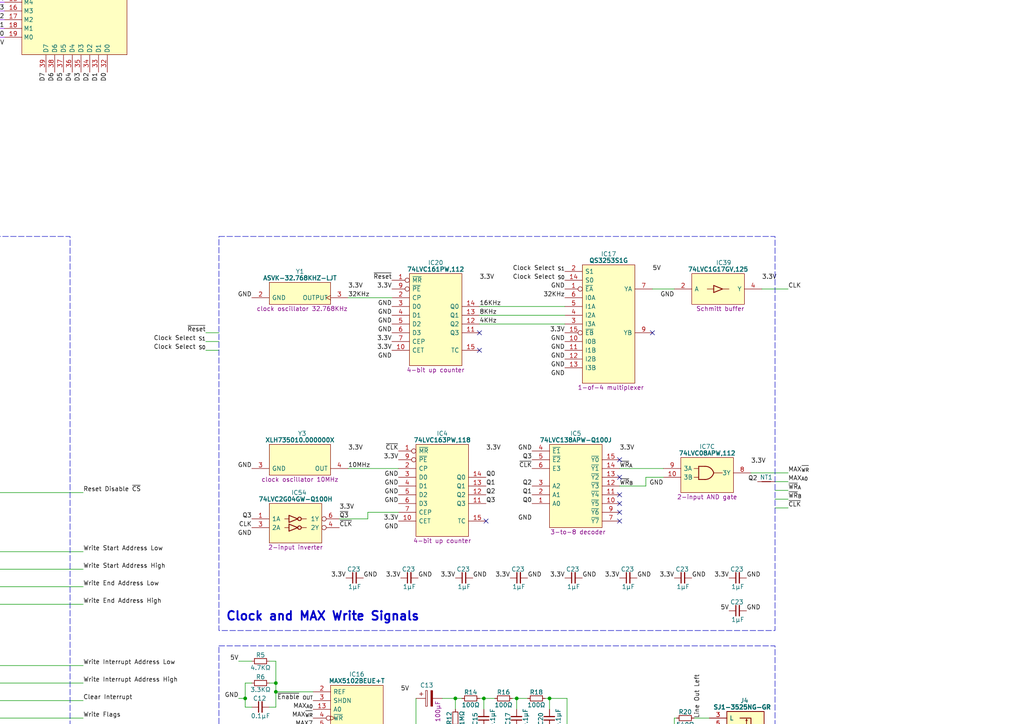
<source format=kicad_sch>
(kicad_sch (version 20230121) (generator eeschema)
  (paper "A4")
  (junction (at 159.385 202.565))
  (junction (at 133.985 267.97))
  (junction (at 80.01 200.66))
  (junction (at -204.47 -46.355) (color 255 68 0 1))
  (junction (at 149.86 227.965))
  (junction (at -37.465 -50.165) (color 131 0 255 1))
  (junction (at 132.08 202.565))
  (junction (at 104.775 267.97))
  (junction (at 132.08 227.965))
  (junction (at -104.775 -46.355) (color 255 68 0 1))
  (junction (at -212.09 340.995))
  (junction (at 166.37 222.885))
  (junction (at 140.335 227.965))
  (junction (at -246.38 356.235))
  (junction (at 195.58 220.345))
  (junction (at -213.36 343.535))
  (junction (at 149.86 202.565))
  (junction (at -15.875 -50.165) (color 131 0 255 1))
  (junction (at 80.01 198.12))
  (junction (at -245.11 353.695))
  (junction (at 71.12 202.565))
  (junction (at -247.65 358.775))
  (junction (at -243.84 351.155))
  (junction (at -215.9 348.615))
  (junction (at 197.485 274.955))
  (junction (at 140.335 202.565))
  (junction (at -214.63 346.075))
  (junction (at 159.385 227.965))
  (no_connect (at -234.95 -73.025))
  (no_connect (at -49.53 137.795))
  (no_connect (at -48.895 -14.605))
  (no_connect (at -208.28 106.045))
  (no_connect (at -49.53 236.22))
  (no_connect (at -48.895 -1.905))
  (no_connect (at -208.28 100.965))
  (no_connect (at -208.28 146.685))
  (no_connect (at -208.28 121.285))
  (no_connect (at 179.705 146.05))
  (no_connect (at -40.64 340.995))
  (no_connect (at -48.895 -12.065))
  (no_connect (at -49.53 241.3))
  (no_connect (at -234.95 35.56))
  (no_connect (at -49.53 132.715))
  (no_connect (at -208.28 108.585))
  (no_connect (at -208.28 133.985))
  (no_connect (at 205.74 215.9))
  (no_connect (at -208.28 113.665))
  (no_connect (at -208.28 136.525))
  (no_connect (at -48.895 -4.445))
  (no_connect (at 196.215 269.875))
  (no_connect (at -234.95 -70.485))
  (no_connect (at -40.64 328.295))
  (no_connect (at 179.705 133.35))
  (no_connect (at -48.895 8.255))
  (no_connect (at -256.54 389.255))
  (no_connect (at 130.175 273.05))
  (no_connect (at -234.95 33.02))
  (no_connect (at 189.23 96.52))
  (no_connect (at -234.95 30.48))
  (no_connect (at 179.705 138.43))
  (no_connect (at -208.28 111.125))
  (no_connect (at -256.54 384.175))
  (no_connect (at -234.95 25.4))
  (no_connect (at 139.065 101.6))
  (no_connect (at 179.705 143.51))
  (no_connect (at -40.64 343.535))
  (no_connect (at -208.28 131.445))
  (no_connect (at 179.705 148.59))
  (no_connect (at -40.64 325.755))
  (no_connect (at -256.54 391.795))
  (no_connect (at 139.065 96.52))
  (no_connect (at -208.28 118.745))
  (no_connect (at -234.95 -113.665))
  (no_connect (at -49.53 130.175))
  (no_connect (at -256.54 386.715))
  (no_connect (at 205.74 210.82))
  (no_connect (at -49.53 135.255))
  (no_connect (at -234.95 27.94))
  (no_connect (at 140.97 151.13))
  (no_connect (at -49.53 140.335))
  (no_connect (at 179.705 151.13))
  (bus_entry (at -204.47 5.08) (size 2.54 2.54) (stroke (width 0) (color 255 68 0 1)))
  (bus_entry (at -13.335 -12.065) (size -2.54 -2.54) (stroke (width 0) (color 131 0 255 1)))
  (bus_entry (at -13.335 -106.045) (size -2.54 2.54) (stroke (width 0) (color 131 0 255 1)))
  (bus_entry (at -204.47 17.78) (size 2.54 2.54) (stroke (width 0) (color 255 68 0 1)))
  (bus_entry (at -13.335 -78.105) (size -2.54 2.54) (stroke (width 0) (color 131 0 255 1)))
  (bus_entry (at -40.005 -75.565) (size 2.54 2.54) (stroke (width 0) (color 131 0 255 1)))
  (bus_entry (at -40.005 5.715) (size 2.54 -2.54) (stroke (width 0) (color 131 0 255 1)))
  (bus_entry (at -223.52 -80.645) (size -2.54 -2.54) (stroke (width 0) (color 255 68 0 1)))
  (bus_entry (at -13.335 -1.905) (size -2.54 -2.54) (stroke (width 0) (color 131 0 255 1)))
  (bus_entry (at -204.47 -5.08) (size 2.54 2.54) (stroke (width 0) (color 255 68 0 1)))
  (bus_entry (at -13.335 -93.345) (size -2.54 2.54) (stroke (width 0) (color 131 0 255 1)))
  (bus_entry (at -109.855 -12.065) (size 2.54 2.54) (stroke (width 0) (color 24 199 56 1)))
  (bus_entry (at -13.335 -83.185) (size -2.54 2.54) (stroke (width 0) (color 131 0 255 1)))
  (bus_entry (at -204.47 22.86) (size 2.54 2.54) (stroke (width 0) (color 255 68 0 1)))
  (bus_entry (at -204.47 25.4) (size 2.54 2.54) (stroke (width 0) (color 255 68 0 1)))
  (bus_entry (at -204.47 20.32) (size 2.54 2.54) (stroke (width 0) (color 255 68 0 1)))
  (bus_entry (at -109.855 -106.045) (size 2.54 -2.54) (stroke (width 0) (color 24 199 56 1)))
  (bus_entry (at 53.34 -22.225) (size -2.54 2.54) (stroke (width 0) (color 202 131 50 1)))
  (bus_entry (at -40.005 -98.425) (size 2.54 2.54) (stroke (width 0) (color 131 0 255 1)))
  (bus_entry (at -13.335 -88.265) (size -2.54 2.54) (stroke (width 0) (color 131 0 255 1)))
  (bus_entry (at 53.34 -88.265) (size -2.54 -2.54) (stroke (width 0) (color 202 131 50 1)))
  (bus_entry (at 53.34 -103.505) (size -2.54 -2.54) (stroke (width 0) (color 202 131 50 1)))
  (bus_entry (at -223.52 -108.585) (size -2.54 -2.54) (stroke (width 0) (color 255 68 0 1)))
  (bus_entry (at 53.34 -14.605) (size -2.54 2.54) (stroke (width 0) (color 202 131 50 1)))
  (bus_entry (at -13.335 -14.605) (size -2.54 -2.54) (stroke (width 0) (color 131 0 255 1)))
  (bus_entry (at -104.775 -73.025) (size 2.54 -2.54) (stroke (width 0) (color 255 68 0 1)))
  (bus_entry (at -40.005 -100.965) (size 2.54 2.54) (stroke (width 0) (color 131 0 255 1)))
  (bus_entry (at -104.775 -62.865) (size 2.54 -2.54) (stroke (width 0) (color 255 68 0 1)))
  (bus_entry (at -204.47 -90.805) (size 2.54 -2.54) (stroke (width 0) (color 255 68 0 1)))
  (bus_entry (at -223.52 -98.425) (size -2.54 -2.54) (stroke (width 0) (color 255 68 0 1)))
  (bus_entry (at -104.775 -80.645) (size 2.54 -2.54) (stroke (width 0) (color 255 68 0 1)))
  (bus_entry (at -40.005 -88.265) (size 2.54 2.54) (stroke (width 0) (color 131 0 255 1)))
  (bus_entry (at 53.34 -95.885) (size -2.54 -2.54) (stroke (width 0) (color 202 131 50 1)))
  (bus_entry (at -223.52 -100.965) (size -2.54 -2.54) (stroke (width 0) (color 255 68 0 1)))
  (bus_entry (at -204.47 12.7) (size 2.54 2.54) (stroke (width 0) (color 255 68 0 1)))
  (bus_entry (at -13.335 -22.225) (size -2.54 -2.54) (stroke (width 0) (color 131 0 255 1)))
  (bus_entry (at -204.47 -57.785) (size 2.54 -2.54) (stroke (width 0) (color 255 68 0 1)))
  (bus_entry (at -204.47 2.54) (size 2.54 2.54) (stroke (width 0) (color 255 68 0 1)))
  (bus_entry (at -104.775 -57.785) (size 2.54 -2.54) (stroke (width 0) (color 255 68 0 1)))
  (bus_entry (at -13.335 0.635) (size -2.54 -2.54) (stroke (width 0) (color 131 0 255 1)))
  (bus_entry (at -223.52 -73.025) (size -2.54 -2.54) (stroke (width 0) (color 255 68 0 1)))
  (bus_entry (at -223.52 -88.265) (size -2.54 -2.54) (stroke (width 0) (color 255 68 0 1)))
  (bus_entry (at -13.335 -73.025) (size -2.54 2.54) (stroke (width 0) (color 131 0 255 1)))
  (bus_entry (at -40.005 0.635) (size 2.54 -2.54) (stroke (width 0) (color 131 0 255 1)))
  (bus_entry (at -40.005 3.175) (size 2.54 -2.54) (stroke (width 0) (color 131 0 255 1)))
  (bus_entry (at -13.335 3.175) (size -2.54 -2.54) (stroke (width 0) (color 131 0 255 1)))
  (bus_entry (at -204.47 -67.945) (size 2.54 -2.54) (stroke (width 0) (color 255 68 0 1)))
  (bus_entry (at -13.335 5.715) (size -2.54 -2.54) (stroke (width 0) (color 131 0 255 1)))
  (bus_entry (at -109.855 -90.805) (size 2.54 -2.54) (stroke (width 0) (color 24 199 56 1)))
  (bus_entry (at -204.47 -75.565) (size 2.54 -2.54) (stroke (width 0) (color 255 68 0 1)))
  (bus_entry (at 53.34 -27.305) (size -2.54 2.54) (stroke (width 0) (color 202 131 50 1)))
  (bus_entry (at -13.335 -90.805) (size -2.54 2.54) (stroke (width 0) (color 131 0 255 1)))
  (bus_entry (at -40.005 -78.105) (size 2.54 2.54) (stroke (width 0) (color 131 0 255 1)))
  (bus_entry (at -104.775 20.955) (size 2.54 2.54) (stroke (width 0) (color 255 68 0 1)))
  (bus_entry (at -204.47 -2.54) (size 2.54 2.54) (stroke (width 0) (color 255 68 0 1)))
  (bus_entry (at -204.47 -88.265) (size 2.54 -2.54) (stroke (width 0) (color 255 68 0 1)))
  (bus_entry (at -104.775 -60.325) (size 2.54 -2.54) (stroke (width 0) (color 255 68 0 1)))
  (bus_entry (at -13.335 -95.885) (size -2.54 2.54) (stroke (width 0) (color 131 0 255 1)))
  (bus_entry (at 53.34 -100.965) (size -2.54 -2.54) (stroke (width 0) (color 202 131 50 1)))
  (bus_entry (at -13.335 -4.445) (size -2.54 -2.54) (stroke (width 0) (color 131 0 255 1)))
  (bus_entry (at -109.855 -88.265) (size 2.54 -2.54) (stroke (width 0) (color 24 199 56 1)))
  (bus_entry (at 53.34 -90.805) (size -2.54 -2.54) (stroke (width 0) (color 202 131 50 1)))
  (bus_entry (at 53.34 -12.065) (size -2.54 2.54) (stroke (width 0) (color 202 131 50 1)))
  (bus_entry (at -109.855 -95.885) (size 2.54 -2.54) (stroke (width 0) (color 24 199 56 1)))
  (bus_entry (at -104.775 -65.405) (size 2.54 -2.54) (stroke (width 0) (color 255 68 0 1)))
  (bus_entry (at -223.52 -85.725) (size -2.54 -2.54) (stroke (width 0) (color 255 68 0 1)))
  (bus_entry (at -13.335 -6.985) (size -2.54 -2.54) (stroke (width 0) (color 131 0 255 1)))
  (bus_entry (at -204.47 -70.485) (size 2.54 -2.54) (stroke (width 0) (color 255 68 0 1)))
  (bus_entry (at 53.34 -17.145) (size -2.54 2.54) (stroke (width 0) (color 202 131 50 1)))
  (bus_entry (at -204.47 -60.325) (size 2.54 -2.54) (stroke (width 0) (color 255 68 0 1)))
  (bus_entry (at -204.47 -73.025) (size 2.54 -2.54) (stroke (width 0) (color 255 68 0 1)))
  (bus_entry (at -109.855 -111.125) (size 2.54 -2.54) (stroke (width 0) (color 24 199 56 1)))
  (bus_entry (at -40.005 -103.505) (size 2.54 2.54) (stroke (width 0) (color 131 0 255 1)))
  (bus_entry (at -204.47 -10.16) (size 2.54 2.54) (stroke (width 0) (color 255 68 0 1)))
  (bus_entry (at -13.335 -19.685) (size -2.54 -2.54) (stroke (width 0) (color 131 0 255 1)))
  (bus_entry (at -13.335 -17.145) (size -2.54 -2.54) (stroke (width 0) (color 131 0 255 1)))
  (bus_entry (at -40.005 -85.725) (size 2.54 2.54) (stroke (width 0) (color 131 0 255 1)))
  (bus_entry (at -109.855 -9.525) (size 2.54 2.54) (stroke (width 0) (color 24 199 56 1)))
  (bus_entry (at -104.775 -67.945) (size 2.54 -2.54) (stroke (width 0) (color 255 68 0 1)))
  (bus_entry (at 53.34 -98.425) (size -2.54 -2.54) (stroke (width 0) (color 202 131 50 1)))
  (bus_entry (at -223.52 -75.565) (size -2.54 -2.54) (stroke (width 0) (color 255 68 0 1)))
  (bus_entry (at -204.47 -83.185) (size 2.54 -2.54) (stroke (width 0) (color 255 68 0 1)))
  (bus_entry (at 53.34 -19.685) (size -2.54 2.54) (stroke (width 0) (color 202 131 50 1)))
  (bus_entry (at -104.775 -83.185) (size 2.54 -2.54) (stroke (width 0) (color 255 68 0 1)))
  (bus_entry (at -13.335 8.255) (size -2.54 -2.54) (stroke (width 0) (color 131 0 255 1)))
  (bus_entry (at -13.335 -108.585) (size -2.54 2.54) (stroke (width 0) (color 131 0 255 1)))
  (bus_entry (at -204.47 -78.105) (size 2.54 -2.54) (stroke (width 0) (color 255 68 0 1)))
  (bus_entry (at -109.855 -103.505) (size 2.54 -2.54) (stroke (width 0) (color 24 199 56 1)))
  (bus_entry (at -109.855 -108.585) (size 2.54 -2.54) (stroke (width 0) (color 24 199 56 1)))
  (bus_entry (at -204.47 -7.62) (size 2.54 2.54) (stroke (width 0) (color 255 68 0 1)))
  (bus_entry (at -109.855 -93.345) (size 2.54 -2.54) (stroke (width 0) (color 24 199 56 1)))
  (bus_entry (at -40.005 -80.645) (size 2.54 2.54) (stroke (width 0) (color 131 0 255 1)))
  (bus_entry (at -13.335 -9.525) (size -2.54 -2.54) (stroke (width 0) (color 131 0 255 1)))
  (bus_entry (at -13.335 -103.505) (size -2.54 2.54) (stroke (width 0) (color 131 0 255 1)))
  (bus_entry (at -204.47 -80.645) (size 2.54 -2.54) (stroke (width 0) (color 255 68 0 1)))
  (bus_entry (at -109.855 -100.965) (size 2.54 -2.54) (stroke (width 0) (color 24 199 56 1)))
  (bus_entry (at -109.855 -14.605) (size 2.54 2.54) (stroke (width 0) (color 24 199 56 1)))
  (bus_entry (at -13.335 -100.965) (size -2.54 2.54) (stroke (width 0) (color 131 0 255 1)))
  (bus_entry (at -104.775 -85.725) (size 2.54 -2.54) (stroke (width 0) (color 255 68 0 1)))
  (bus_entry (at 53.34 -9.525) (size -2.54 2.54) (stroke (width 0) (color 202 131 50 1)))
  (bus_entry (at -204.47 15.24) (size 2.54 2.54) (stroke (width 0) (color 255 68 0 1)))
  (bus_entry (at -204.47 0) (size 2.54 2.54) (stroke (width 0) (color 255 68 0 1)))
  (bus_entry (at -13.335 -85.725) (size -2.54 2.54) (stroke (width 0) (color 131 0 255 1)))
  (bus_entry (at -109.855 -98.425) (size 2.54 -2.54) (stroke (width 0) (color 24 199 56 1)))
  (bus_entry (at -13.335 -24.765) (size -2.54 -2.54) (stroke (width 0) (color 131 0 255 1)))
  (bus_entry (at -204.47 10.16) (size 2.54 2.54) (stroke (width 0) (color 255 68 0 1)))
  (bus_entry (at -40.005 -90.805) (size 2.54 2.54) (stroke (width 0) (color 131 0 255 1)))
  (bus_entry (at -204.47 7.62) (size 2.54 2.54) (stroke (width 0) (color 255 68 0 1)))
  (bus_entry (at -40.005 -95.885) (size 2.54 2.54) (stroke (width 0) (color 131 0 255 1)))
  (bus_entry (at -109.855 -113.665) (size 2.54 -2.54) (stroke (width 0) (color 24 199 56 1)))
  (bus_entry (at -204.47 -85.725) (size 2.54 -2.54) (stroke (width 0) (color 255 68 0 1)))
  (bus_entry (at -104.775 15.875) (size 2.54 2.54) (stroke (width 0) (color 255 68 0 1)))
  (bus_entry (at 53.34 -24.765) (size -2.54 2.54) (stroke (width 0) (color 202 131 50 1)))
  (bus_entry (at -104.775 -75.565) (size 2.54 -2.54) (stroke (width 0) (color 255 68 0 1)))
  (bus_entry (at -204.47 -62.865) (size 2.54 -2.54) (stroke (width 0) (color 255 68 0 1)))
  (bus_entry (at -223.52 -93.345) (size -2.54 -2.54) (stroke (width 0) (color 255 68 0 1)))
  (bus_entry (at -104.775 -70.485) (size 2.54 -2.54) (stroke (width 0) (color 255 68 0 1)))
  (bus_entry (at -13.335 -98.425) (size -2.54 2.54) (stroke (width 0) (color 131 0 255 1)))
  (bus_entry (at -223.52 -90.805) (size -2.54 -2.54) (stroke (width 0) (color 255 68 0 1)))
  (bus_entry (at -109.855 -116.205) (size 2.54 -2.54) (stroke (width 0) (color 24 199 56 1)))
  (bus_entry (at -104.775 -78.105) (size 2.54 -2.54) (stroke (width 0) (color 255 68 0 1)))
  (bus_entry (at -13.335 -75.565) (size -2.54 2.54) (stroke (width 0) (color 131 0 255 1)))
  (bus_entry (at -223.52 -106.045) (size -2.54 -2.54) (stroke (width 0) (color 255 68 0 1)))
  (bus_entry (at -223.52 -95.885) (size -2.54 -2.54) (stroke (width 0) (color 255 68 0 1)))
  (bus_entry (at -104.775 18.415) (size 2.54 2.54) (stroke (width 0) (color 255 68 0 1)))
  (bus_entry (at -204.47 -55.245) (size 2.54 -2.54) (stroke (width 0) (color 255 68 0 1)))
  (bus_entry (at -223.52 -103.505) (size -2.54 -2.54) (stroke (width 0) (color 255 68 0 1)))
  (bus_entry (at -40.005 -83.185) (size 2.54 2.54) (stroke (width 0) (color 131 0 255 1)))
  (bus_entry (at -13.335 -80.645) (size -2.54 2.54) (stroke (width 0) (color 131 0 255 1)))
  (bus_entry (at -40.005 -93.345) (size 2.54 2.54) (stroke (width 0) (color 131 0 255 1)))
  (bus_entry (at -223.52 -83.185) (size -2.54 -2.54) (stroke (width 0) (color 255 68 0 1)))
  (bus_entry (at -223.52 -78.105) (size -2.54 -2.54) (stroke (width 0) (color 255 68 0 1)))
  (bus_entry (at 53.34 -106.045) (size -2.54 -2.54) (stroke (width 0) (color 202 131 50 1)))
  (bus_entry (at 53.34 -93.345) (size -2.54 -2.54) (stroke (width 0) (color 202 131 50 1)))
  (bus_entry (at -204.47 -65.405) (size 2.54 -2.54) (stroke (width 0) (color 255 68 0 1)))
  (bus_entry (at -13.335 10.795) (size -2.54 -2.54) (stroke (width 0) (color 131 0 255 1)))
  (wire (pts (xy -226.06 -85.725) (xy -234.95 -85.725)) (stroke (width 0) (color 255 68 0 1)))
  (wire (pts (xy -140.97 340.995) (xy -144.78 340.995)))
  (wire (pts (xy -107.315 -111.125) (xy -89.535 -111.125)) (stroke (width 0) (color 24 199 56 1)))
  (wire (pts (xy 89.535 267.97) (xy 89.535 273.05)))
  (wire (pts (xy 78.105 205.105) (xy 80.01 205.105)))
  (wire (pts (xy -256.54 340.995) (xy -212.09 340.995)))
  (bus (pts (xy -109.855 -106.045) (xy -109.855 -103.505)) (stroke (width 0) (color 24 199 56 1)))
  (wire (pts (xy -102.235 -67.945) (xy -89.535 -67.945)) (stroke (width 0) (color 255 68 0 1)))
  (wire (pts (xy -201.93 -78.105) (xy -179.07 -78.105)) (stroke (width 0) (color 255 68 0 1)))
  (wire (pts (xy 24.13 330.835) (xy 20.32 330.835)))
  (wire (pts (xy -40.005 -90.805) (xy -48.895 -90.805)) (stroke (width 0) (color 131 0 255 1)))
  (bus (pts (xy 53.34 -88.265) (xy 53.34 -27.305)) (stroke (width 0) (color 202 131 50 1)))
  (bus (pts (xy -204.47 -62.865) (xy -204.47 -60.325)) (stroke (width 0) (color 255 68 0 1)))
  (wire (pts (xy -214.63 372.745) (xy -210.82 372.745)))
  (wire (pts (xy 80.01 200.66) (xy 90.805 200.66)))
  (wire (pts (xy -201.93 15.24) (xy -179.07 15.24)) (stroke (width 0) (color 255 68 0 1)))
  (wire (pts (xy 149.86 227.965) (xy 149.86 231.14)))
  (bus (pts (xy -37.465 -98.425) (xy -37.465 -95.885)) (stroke (width 0) (color 131 0 255 1)))
  (bus (pts (xy -104.775 -57.785) (xy -104.775 -46.355)) (stroke (width 0) (color 255 68 0 1)))
  (bus (pts (xy -223.52 -83.185) (xy -223.52 -80.645)) (stroke (width 0) (color 255 68 0 1)))
  (wire (pts (xy -40.005 3.175) (xy -48.895 3.175)) (stroke (width 0) (color 131 0 255 1)))
  (wire (pts (xy -256.54 356.235) (xy -246.38 356.235)))
  (wire (pts (xy 80.01 200.66) (xy 80.01 198.12)))
  (wire (pts (xy 1.27 8.255) (xy -13.335 8.255)) (stroke (width 0) (color 131 0 255 1)))
  (wire (pts (xy 220.345 222.885) (xy 219.71 222.885)))
  (wire (pts (xy 78.105 191.77) (xy 80.01 191.77)))
  (wire (pts (xy -40.005 -80.645) (xy -48.895 -80.645)) (stroke (width 0) (color 131 0 255 1)))
  (wire (pts (xy 24.13 392.43) (xy -46.355 392.43)))
  (wire (pts (xy 187.325 140.97) (xy 187.325 138.43)))
  (wire (pts (xy 116.205 215.9) (xy 120.65 215.9)))
  (wire (pts (xy 120.65 202.565) (xy 120.65 213.36)))
  (bus (pts (xy -223.52 -108.585) (xy -223.52 -106.045)) (stroke (width 0) (color 255 68 0 1)))
  (wire (pts (xy -346.71 358.775) (xy -281.94 358.775)))
  (wire (pts (xy 148.59 202.565) (xy 149.86 202.565)))
  (wire (pts (xy 158.75 269.875) (xy 170.815 269.875)))
  (bus (pts (xy -223.52 -95.885) (xy -223.52 -93.345)) (stroke (width 0) (color 255 68 0 1)))
  (bus (pts (xy 53.34 -22.225) (xy 53.34 -24.765)) (stroke (width 0) (color 202 131 50 1)))
  (wire (pts (xy 80.01 191.77) (xy 80.01 198.12)))
  (bus (pts (xy -37.465 -1.905) (xy -37.465 0.635)) (stroke (width 0) (color 131 0 255 1)))
  (bus (pts (xy -223.52 -106.045) (xy -223.52 -103.505)) (stroke (width 0) (color 255 68 0 1)))
  (wire (pts (xy -210.82 375.285) (xy -213.36 375.285)))
  (wire (pts (xy -226.06 -100.965) (xy -234.95 -100.965)) (stroke (width 0) (color 255 68 0 1)))
  (bus (pts (xy -109.855 -88.265) (xy -109.855 -14.605)) (stroke (width 0) (color 24 199 56 1)))
  (bus (pts (xy -37.465 -100.965) (xy -37.465 -98.425)) (stroke (width 0) (color 131 0 255 1)))
  (wire (pts (xy 1.27 -1.905) (xy -13.335 -1.905)) (stroke (width 0) (color 131 0 255 1)))
  (bus (pts (xy -15.875 -106.045) (xy -15.875 -103.505)) (stroke (width 0) (color 131 0 255 1)))
  (bus (pts (xy -104.775 -62.865) (xy -104.775 -60.325)) (stroke (width 0) (color 255 68 0 1)))
  (bus (pts (xy -109.855 -95.885) (xy -109.855 -93.345)) (stroke (width 0) (color 24 199 56 1)))
  (wire (pts (xy -40.005 -75.565) (xy -48.895 -75.565)) (stroke (width 0) (color 131 0 255 1)))
  (wire (pts (xy -212.09 340.995) (xy -177.8 340.995)))
  (wire (pts (xy 224.79 144.78) (xy 228.6 144.78)))
  (wire (pts (xy -26.67 335.915) (xy -26.67 327.025)))
  (wire (pts (xy 24.13 175.26) (xy -49.53 175.26)))
  (bus (pts (xy -15.875 -70.485) (xy -15.875 -50.165)) (stroke (width 0) (color 131 0 255 1)))
  (wire (pts (xy -246.38 375.285) (xy -246.38 356.235)))
  (wire (pts (xy 195.58 220.345) (xy 195.58 222.885)))
  (bus (pts (xy -104.775 -60.325) (xy -104.775 -57.785)) (stroke (width 0) (color 255 68 0 1)))
  (bus (pts (xy -15.875 -24.765) (xy -15.875 -22.225)) (stroke (width 0) (color 131 0 255 1)))
  (wire (pts (xy 50.8 -24.765) (xy 41.91 -24.765)) (stroke (width 0) (color 202 131 50 1)))
  (wire (pts (xy 24.13 335.915) (xy 20.32 335.915)))
  (bus (pts (xy -223.52 -78.105) (xy -223.52 -75.565)) (stroke (width 0) (color 255 68 0 1)))
  (wire (pts (xy -144.78 106.045) (xy -74.93 106.045)))
  (bus (pts (xy -37.465 -90.805) (xy -37.465 -88.265)) (stroke (width 0) (color 131 0 255 1)))
  (wire (pts (xy -226.06 -106.045) (xy -234.95 -106.045)) (stroke (width 0) (color 255 68 0 1)))
  (wire (pts (xy -346.71 399.415) (xy -281.94 399.415)))
  (wire (pts (xy -13.97 342.265) (xy -27.94 342.265)))
  (wire (pts (xy 164.465 233.68) (xy 197.485 233.68)))
  (bus (pts (xy -104.775 -65.405) (xy -104.775 -62.865)) (stroke (width 0) (color 255 68 0 1)))
  (bus (pts (xy -204.47 12.7) (xy -204.47 10.16)) (stroke (width 0) (color 255 68 0 1)))
  (wire (pts (xy -177.8 394.335) (xy -256.54 394.335)))
  (wire (pts (xy -201.93 -57.785) (xy -179.07 -57.785)) (stroke (width 0) (color 255 68 0 1)))
  (wire (pts (xy -247.65 377.825) (xy -247.65 358.775)))
  (bus (pts (xy -204.47 -2.54) (xy -204.47 -5.08)) (stroke (width 0) (color 255 68 0 1)))
  (wire (pts (xy -226.06 -111.125) (xy -234.95 -111.125)) (stroke (width 0) (color 255 68 0 1)))
  (wire (pts (xy 143.51 227.965) (xy 140.335 227.965)))
  (wire (pts (xy 71.12 198.12) (xy 71.12 202.565)))
  (wire (pts (xy -102.235 -60.325) (xy -89.535 -60.325)) (stroke (width 0) (color 255 68 0 1)))
  (wire (pts (xy -144.78 335.915) (xy -66.04 335.915)))
  (bus (pts (xy -37.465 -78.105) (xy -37.465 -75.565)) (stroke (width 0) (color 131 0 255 1)))
  (wire (pts (xy 1.27 -88.265) (xy -13.335 -88.265)) (stroke (width 0) (color 131 0 255 1)))
  (wire (pts (xy -40.005 0.635) (xy -48.895 0.635)) (stroke (width 0) (color 131 0 255 1)))
  (wire (pts (xy 1.27 -17.145) (xy -13.335 -17.145)) (stroke (width 0) (color 131 0 255 1)))
  (bus (pts (xy -104.775 -83.185) (xy -104.775 -80.645)) (stroke (width 0) (color 255 68 0 1)))
  (wire (pts (xy -144.145 85.09) (xy -123.19 85.09)))
  (bus (pts (xy -204.47 -80.645) (xy -204.47 -78.105)) (stroke (width 0) (color 255 68 0 1)))
  (bus (pts (xy -104.775 -75.565) (xy -104.775 -73.025)) (stroke (width 0) (color 255 68 0 1)))
  (wire (pts (xy -256.54 358.775) (xy -247.65 358.775)))
  (wire (pts (xy -346.71 351.155) (xy -281.94 351.155)))
  (wire (pts (xy -97.79 83.82) (xy -80.645 83.82)))
  (bus (pts (xy -37.465 -50.165) (xy -37.465 -1.905)) (stroke (width 0) (color 131 0 255 1)))
  (wire (pts (xy 128.27 202.565) (xy 132.08 202.565)))
  (wire (pts (xy 59.69 99.06) (xy 63.5 99.06)))
  (wire (pts (xy 166.37 222.885) (xy 166.37 213.995)))
  (wire (pts (xy -40.005 -100.965) (xy -48.895 -100.965)) (stroke (width 0) (color 131 0 255 1)))
  (wire (pts (xy -144.78 328.295) (xy -66.04 328.295)))
  (wire (pts (xy -213.36 343.535) (xy -213.36 375.285)))
  (wire (pts (xy 1.27 -108.585) (xy -13.335 -108.585)) (stroke (width 0) (color 131 0 255 1)))
  (wire (pts (xy 158.115 227.965) (xy 159.385 227.965)))
  (bus (pts (xy -104.775 -80.645) (xy -104.775 -78.105)) (stroke (width 0) (color 255 68 0 1)))
  (wire (pts (xy -243.84 370.205) (xy -242.57 370.205)))
  (wire (pts (xy -201.93 -85.725) (xy -179.07 -85.725)) (stroke (width 0) (color 255 68 0 1)))
  (wire (pts (xy -346.71 348.615) (xy -281.94 348.615)))
  (wire (pts (xy -210.82 377.825) (xy -212.09 377.825)))
  (bus (pts (xy -37.465 -83.185) (xy -37.465 -80.645)) (stroke (width 0) (color 131 0 255 1)))
  (wire (pts (xy 1.27 -75.565) (xy -13.335 -75.565)) (stroke (width 0) (color 131 0 255 1)))
  (wire (pts (xy 24.13 333.375) (xy 20.32 333.375)))
  (wire (pts (xy -102.235 -85.725) (xy -89.535 -85.725)) (stroke (width 0) (color 255 68 0 1)))
  (wire (pts (xy 133.985 267.97) (xy 139.065 267.97)))
  (wire (pts (xy 1.27 -4.445) (xy -13.335 -4.445)) (stroke (width 0) (color 131 0 255 1)))
  (bus (pts (xy -204.47 17.78) (xy -204.47 15.24)) (stroke (width 0) (color 255 68 0 1)))
  (bus (pts (xy -15.875 -95.885) (xy -15.875 -93.345)) (stroke (width 0) (color 131 0 255 1)))
  (bus (pts (xy -37.465 -88.265) (xy -37.465 -85.725)) (stroke (width 0) (color 131 0 255 1)))
  (wire (pts (xy 130.175 267.97) (xy 133.985 267.97)))
  (wire (pts (xy -107.315 -9.525) (xy -89.535 -9.525)) (stroke (width 0) (color 24 199 56 1)))
  (bus (pts (xy -15.875 -6.985) (xy -15.875 -4.445)) (stroke (width 0) (color 131 0 255 1)))
  (wire (pts (xy -107.315 -113.665) (xy -89.535 -113.665)) (stroke (width 0) (color 24 199 56 1)))
  (bus (pts (xy -104.775 -73.025) (xy -104.775 -70.485)) (stroke (width 0) (color 255 68 0 1)))
  (wire (pts (xy 1.27 -83.185) (xy -13.335 -83.185)) (stroke (width 0) (color 131 0 255 1)))
  (wire (pts (xy -201.93 -83.185) (xy -179.07 -83.185)) (stroke (width 0) (color 255 68 0 1)))
  (wire (pts (xy -226.06 -83.185) (xy -234.95 -83.185)) (stroke (width 0) (color 255 68 0 1)))
  (wire (pts (xy 71.12 202.565) (xy 71.12 205.105)))
  (wire (pts (xy 50.8 -95.885) (xy 41.91 -95.885)) (stroke (width 0) (color 202 131 50 1)))
  (wire (pts (xy 153.035 202.565) (xy 149.86 202.565)))
  (bus (pts (xy -204.47 -75.565) (xy -204.47 -73.025)) (stroke (width 0) (color 255 68 0 1)))
  (bus (pts (xy -15.875 -22.225) (xy -15.875 -19.685)) (stroke (width 0) (color 131 0 255 1)))
  (wire (pts (xy 1.27 -12.065) (xy -13.335 -12.065)) (stroke (width 0) (color 131 0 255 1)))
  (wire (pts (xy 120.65 227.965) (xy 120.65 215.9)))
  (wire (pts (xy -40.005 -78.105) (xy -48.895 -78.105)) (stroke (width 0) (color 131 0 255 1)))
  (wire (pts (xy -245.11 353.695) (xy -177.8 353.695)))
  (bus (pts (xy -109.855 -103.505) (xy -109.855 -100.965)) (stroke (width 0) (color 24 199 56 1)))
  (bus (pts (xy -204.47 25.4) (xy -204.47 22.86)) (stroke (width 0) (color 255 68 0 1)))
  (wire (pts (xy 1.27 -103.505) (xy -13.335 -103.505)) (stroke (width 0) (color 131 0 255 1)))
  (wire (pts (xy 89.535 267.97) (xy 104.775 267.97)))
  (wire (pts (xy -226.06 -80.645) (xy -234.95 -80.645)) (stroke (width 0) (color 255 68 0 1)))
  (wire (pts (xy 1.27 -24.765) (xy -13.335 -24.765)) (stroke (width 0) (color 131 0 255 1)))
  (bus (pts (xy -15.875 -90.805) (xy -15.875 -88.265)) (stroke (width 0) (color 131 0 255 1)))
  (wire (pts (xy -346.71 356.235) (xy -281.94 356.235)))
  (bus (pts (xy -15.875 -93.345) (xy -15.875 -90.805)) (stroke (width 0) (color 131 0 255 1)))
  (wire (pts (xy 133.985 273.05) (xy 133.985 267.97)))
  (wire (pts (xy 23.495 231.14) (xy -49.53 231.14)))
  (wire (pts (xy 1.27 -6.985) (xy -13.335 -6.985)) (stroke (width 0) (color 131 0 255 1)))
  (wire (pts (xy -201.93 20.32) (xy -179.07 20.32)) (stroke (width 0) (color 255 68 0 1)))
  (bus (pts (xy -15.875 -75.565) (xy -15.875 -73.025)) (stroke (width 0) (color 131 0 255 1)))
  (wire (pts (xy 115.57 148.59) (xy 106.68 148.59)))
  (bus (pts (xy -109.855 -93.345) (xy -109.855 -90.805)) (stroke (width 0) (color 24 199 56 1)))
  (bus (pts (xy -104.775 -67.945) (xy -104.775 -65.405)) (stroke (width 0) (color 255 68 0 1)))
  (wire (pts (xy -346.71 338.455) (xy -281.94 338.455)))
  (wire (pts (xy 195.58 208.28) (xy 196.215 208.28)))
  (bus (pts (xy -37.465 -93.345) (xy -37.465 -90.805)) (stroke (width 0) (color 131 0 255 1)))
  (wire (pts (xy -40.005 -83.185) (xy -48.895 -83.185)) (stroke (width 0) (color 131 0 255 1)))
  (wire (pts (xy 197.485 278.765) (xy 197.485 274.955)))
  (wire (pts (xy 159.385 227.965) (xy 159.385 231.14)))
  (bus (pts (xy -15.875 5.715) (xy -15.875 8.255)) (stroke (width 0) (color 131 0 255 1)))
  (wire (pts (xy -102.235 23.495) (xy -89.535 23.495)) (stroke (width 0) (color 255 68 0 1)))
  (wire (pts (xy -102.235 18.415) (xy -89.535 18.415)) (stroke (width 0) (color 255 68 0 1)))
  (wire (pts (xy 196.215 274.955) (xy 197.485 274.955)))
  (wire (pts (xy -201.93 -88.265) (xy -179.07 -88.265)) (stroke (width 0) (color 255 68 0 1)))
  (wire (pts (xy -177.8 401.955) (xy -256.54 401.955)))
  (wire (pts (xy -201.93 -60.325) (xy -179.07 -60.325)) (stroke (width 0) (color 255 68 0 1)))
  (wire (pts (xy 50.8 -100.965) (xy 41.91 -100.965)) (stroke (width 0) (color 202 131 50 1)))
  (wire (pts (xy -40.005 -98.425) (xy -48.895 -98.425)) (stroke (width 0) (color 131 0 255 1)))
  (wire (pts (xy 116.205 213.36) (xy 120.65 213.36)))
  (wire (pts (xy -102.235 20.955) (xy -89.535 20.955)) (stroke (width 0) (color 255 68 0 1)))
  (wire (pts (xy 50.8 -106.045) (xy 41.91 -106.045)) (stroke (width 0) (color 202 131 50 1)))
  (wire (pts (xy 143.51 202.565) (xy 140.335 202.565)))
  (wire (pts (xy -107.315 -106.045) (xy -89.535 -106.045)) (stroke (width 0) (color 24 199 56 1)))
  (bus (pts (xy -204.47 -5.08) (xy -204.47 -7.62)) (stroke (width 0) (color 255 68 0 1)))
  (wire (pts (xy 159.385 202.565) (xy 159.385 205.74)))
  (wire (pts (xy 80.01 200.66) (xy 80.01 205.105)))
  (wire (pts (xy 50.8 -108.585) (xy 41.91 -108.585)) (stroke (width 0) (color 202 131 50 1)))
  (wire (pts (xy -40.005 -85.725) (xy -48.895 -85.725)) (stroke (width 0) (color 131 0 255 1)))
  (bus (pts (xy 53.34 -14.605) (xy 53.34 -17.145)) (stroke (width 0) (color 202 131 50 1)))
  (wire (pts (xy -27.94 342.265) (xy -27.94 333.375)))
  (wire (pts (xy -214.63 372.745) (xy -214.63 346.075)))
  (wire (pts (xy -25.4 324.485) (xy -25.4 330.835)))
  (wire (pts (xy -102.235 -80.645) (xy -89.535 -80.645)) (stroke (width 0) (color 255 68 0 1)))
  (wire (pts (xy -346.71 353.695) (xy -281.94 353.695)))
  (wire (pts (xy -13.97 344.805) (xy -29.21 344.805)))
  (bus (pts (xy -204.47 -46.355) (xy -223.52 -46.355)) (stroke (width 0) (color 255 68 0 1)))
  (bus (pts (xy -15.875 -80.645) (xy -15.875 -78.105)) (stroke (width 0) (color 131 0 255 1)))
  (bus (pts (xy -37.465 -85.725) (xy -37.465 -83.185)) (stroke (width 0) (color 131 0 255 1)))
  (wire (pts (xy 50.8 -6.985) (xy 41.91 -6.985)) (stroke (width 0) (color 202 131 50 1)))
  (wire (pts (xy -226.06 -88.265) (xy -234.95 -88.265)) (stroke (width 0) (color 255 68 0 1)))
  (wire (pts (xy 100.965 135.89) (xy 115.57 135.89)))
  (wire (pts (xy -27.94 333.375) (xy -40.64 333.375)))
  (bus (pts (xy -109.855 -9.525) (xy -109.855 -12.065)) (stroke (width 0) (color 24 199 56 1)))
  (wire (pts (xy 50.8 -19.685) (xy 41.91 -19.685)) (stroke (width 0) (color 202 131 50 1)))
  (wire (pts (xy 140.335 202.565) (xy 140.335 205.74)))
  (wire (pts (xy 100.965 86.36) (xy 113.665 86.36)))
  (wire (pts (xy 69.215 202.565) (xy 71.12 202.565)))
  (wire (pts (xy 128.27 227.965) (xy 132.08 227.965)))
  (wire (pts (xy -107.315 -98.425) (xy -89.535 -98.425)) (stroke (width 0) (color 24 199 56 1)))
  (wire (pts (xy 224.79 142.24) (xy 228.6 142.24)))
  (wire (pts (xy 1.27 -100.965) (xy -13.335 -100.965)) (stroke (width 0) (color 131 0 255 1)))
  (bus (pts (xy -223.52 -100.965) (xy -223.52 -98.425)) (stroke (width 0) (color 255 68 0 1)))
  (bus (pts (xy -37.465 -80.645) (xy -37.465 -78.105)) (stroke (width 0) (color 131 0 255 1)))
  (wire (pts (xy -40.005 -93.345) (xy -48.895 -93.345)) (stroke (width 0) (color 131 0 255 1)))
  (wire (pts (xy -107.315 -6.985) (xy -89.535 -6.985)) (stroke (width 0) (color 24 199 56 1)))
  (wire (pts (xy 24.13 170.18) (xy -49.53 170.18)))
  (wire (pts (xy -40.64 338.455) (xy -29.21 338.455)))
  (wire (pts (xy -201.93 -75.565) (xy -179.07 -75.565)) (stroke (width 0) (color 255 68 0 1)))
  (bus (pts (xy -204.47 7.62) (xy -204.47 5.08)) (stroke (width 0) (color 255 68 0 1)))
  (wire (pts (xy 24.13 367.665) (xy 11.43 367.665)))
  (wire (pts (xy 71.12 198.12) (xy 73.025 198.12)))
  (wire (pts (xy -201.93 -7.62) (xy -179.07 -7.62)) (stroke (width 0) (color 255 68 0 1)))
  (bus (pts (xy -204.47 -90.805) (xy -204.47 -88.265)) (stroke (width 0) (color 255 68 0 1)))
  (wire (pts (xy 50.8 -103.505) (xy 41.91 -103.505)) (stroke (width 0) (color 202 131 50 1)))
  (wire (pts (xy -256.54 343.535) (xy -213.36 343.535)))
  (bus (pts (xy -223.52 -75.565) (xy -223.52 -73.025)) (stroke (width 0) (color 255 68 0 1)))
  (wire (pts (xy 1.27 0.635) (xy -13.335 0.635)) (stroke (width 0) (color 131 0 255 1)))
  (wire (pts (xy -80.645 90.805) (xy -74.93 90.805)))
  (wire (pts (xy -102.235 -73.025) (xy -89.535 -73.025)) (stroke (width 0) (color 255 68 0 1)))
  (bus (pts (xy 53.34 -95.885) (xy 53.34 -93.345)) (stroke (width 0) (color 202 131 50 1)))
  (wire (pts (xy 1.27 3.175) (xy -13.335 3.175)) (stroke (width 0) (color 131 0 255 1)))
  (wire (pts (xy -201.93 -65.405) (xy -179.07 -65.405)) (stroke (width 0) (color 255 68 0 1)))
  (wire (pts (xy 1.27 -90.805) (xy -13.335 -90.805)) (stroke (width 0) (color 131 0 255 1)))
  (wire (pts (xy -226.06 -98.425) (xy -234.95 -98.425)) (stroke (width 0) (color 255 68 0 1)))
  (wire (pts (xy -201.93 0) (xy -179.07 0)) (stroke (width 0) (color 255 68 0 1)))
  (wire (pts (xy -247.65 358.775) (xy -177.8 358.775)))
  (wire (pts (xy -80.645 83.82) (xy -80.645 90.805)))
  (wire (pts (xy -201.93 12.7) (xy -179.07 12.7)) (stroke (width 0) (color 255 68 0 1)))
  (wire (pts (xy 1.27 10.795) (xy -13.335 10.795)) (stroke (width 0) (color 131 0 255 1)))
  (bus (pts (xy -15.875 -4.445) (xy -15.875 -1.905)) (stroke (width 0) (color 131 0 255 1)))
  (wire (pts (xy 1.27 -19.685) (xy -13.335 -19.685)) (stroke (width 0) (color 131 0 255 1)))
  (wire (pts (xy -201.93 -93.345) (xy -179.07 -93.345)) (stroke (width 0) (color 255 68 0 1)))
  (wire (pts (xy -87.63 393.7) (xy -71.755 393.7)))
  (wire (pts (xy 166.37 225.425) (xy 170.18 225.425)))
  (wire (pts (xy 24.13 142.875) (xy -49.53 142.875)))
  (bus (pts (xy -15.875 -17.145) (xy -15.875 -14.605)) (stroke (width 0) (color 131 0 255 1)))
  (wire (pts (xy 24.13 165.1) (xy -49.53 165.1)))
  (wire (pts (xy -201.93 -70.485) (xy -179.07 -70.485)) (stroke (width 0) (color 255 68 0 1)))
  (wire (pts (xy 1.27 -80.645) (xy -13.335 -80.645)) (stroke (width 0) (color 131 0 255 1)))
  (bus (pts (xy -15.875 -98.425) (xy -15.875 -95.885)) (stroke (width 0) (color 131 0 255 1)))
  (bus (pts (xy -223.52 -103.505) (xy -223.52 -100.965)) (stroke (width 0) (color 255 68 0 1)))
  (wire (pts (xy 187.325 138.43) (xy 192.405 138.43)))
  (wire (pts (xy 89.535 273.05) (xy 90.805 273.05)))
  (bus (pts (xy -204.47 -57.785) (xy -204.47 -55.245)) (stroke (width 0) (color 255 68 0 1)))
  (bus (pts (xy -37.465 0.635) (xy -37.465 3.175)) (stroke (width 0) (color 131 0 255 1)))
  (wire (pts (xy 204.47 213.36) (xy 204.47 213.995)))
  (wire (pts (xy 1.27 -14.605) (xy -13.335 -14.605)) (stroke (width 0) (color 131 0 255 1)))
  (wire (pts (xy 50.8 -22.225) (xy 41.91 -22.225)) (stroke (width 0) (color 202 131 50 1)))
  (wire (pts (xy -213.36 343.535) (xy -177.8 343.535)))
  (wire (pts (xy -242.57 377.825) (xy -247.65 377.825)))
  (wire (pts (xy 24.13 343.535) (xy 11.43 343.535)))
  (wire (pts (xy 192.405 135.89) (xy 179.705 135.89)))
  (wire (pts (xy 149.86 202.565) (xy 149.86 205.74)))
  (wire (pts (xy -107.315 -116.205) (xy -89.535 -116.205)) (stroke (width 0) (color 24 199 56 1)))
  (wire (pts (xy -40.005 -88.265) (xy -48.895 -88.265)) (stroke (width 0) (color 131 0 255 1)))
  (wire (pts (xy 24.13 208.28) (xy -49.53 208.28)))
  (bus (pts (xy -204.47 2.54) (xy -204.47 0)) (stroke (width 0) (color 255 68 0 1)))
  (bus (pts (xy 53.34 -98.425) (xy 53.34 -95.885)) (stroke (width 0) (color 202 131 50 1)))
  (wire (pts (xy 24.13 325.755) (xy 11.43 325.755)))
  (wire (pts (xy -245.11 372.745) (xy -245.11 353.695)))
  (wire (pts (xy 166.37 213.995) (xy 196.215 213.995)))
  (bus (pts (xy -109.855 -111.125) (xy -109.855 -108.585)) (stroke (width 0) (color 24 199 56 1)))
  (wire (pts (xy -69.215 368.935) (xy -55.245 368.935)))
  (wire (pts (xy -226.06 -103.505) (xy -234.95 -103.505)) (stroke (width 0) (color 255 68 0 1)))
  (wire (pts (xy 50.8 -93.345) (xy 41.91 -93.345)) (stroke (width 0) (color 202 131 50 1)))
  (bus (pts (xy -15.875 -1.905) (xy -15.875 0.635)) (stroke (width 0) (color 131 0 255 1)))
  (wire (pts (xy -177.8 399.415) (xy -256.54 399.415)))
  (wire (pts (xy -226.06 -78.105) (xy -234.95 -78.105)) (stroke (width 0) (color 255 68 0 1)))
  (wire (pts (xy -201.93 -62.865) (xy -179.07 -62.865)) (stroke (width 0) (color 255 68 0 1)))
  (wire (pts (xy 159.385 202.565) (xy 164.465 202.565)))
  (bus (pts (xy -15.875 -100.965) (xy -15.875 -98.425)) (stroke (width 0) (color 131 0 255 1)))
  (bus (pts (xy -204.47 -65.405) (xy -204.47 -62.865)) (stroke (width 0) (color 255 68 0 1)))
  (wire (pts (xy 165.1 274.955) (xy 170.815 274.955)))
  (wire (pts (xy -107.315 -100.965) (xy -89.535 -100.965)) (stroke (width 0) (color 24 199 56 1)))
  (bus (pts (xy -104.775 18.415) (xy -104.775 15.875)) (stroke (width 0) (color 255 68 0 1)))
  (bus (pts (xy -204.47 -46.355) (xy -204.47 -10.16)) (stroke (width 0) (color 255 68 0 1)))
  (bus (pts (xy -15.875 -9.525) (xy -15.875 -6.985)) (stroke (width 0) (color 131 0 255 1)))
  (wire (pts (xy -346.71 343.535) (xy -281.94 343.535)))
  (wire (pts (xy 106.68 148.59) (xy 106.68 150.495)))
  (wire (pts (xy -226.06 -108.585) (xy -234.95 -108.585)) (stroke (width 0) (color 255 68 0 1)))
  (bus (pts (xy 53.34 -17.145) (xy 53.34 -19.685)) (stroke (width 0) (color 202 131 50 1)))
  (wire (pts (xy -346.71 394.335) (xy -281.94 394.335)))
  (wire (pts (xy 158.115 202.565) (xy 159.385 202.565)))
  (wire (pts (xy 1.27 -9.525) (xy -13.335 -9.525)) (stroke (width 0) (color 131 0 255 1)))
  (wire (pts (xy 140.335 227.965) (xy 140.335 231.14)))
  (bus (pts (xy -204.47 0) (xy -204.47 -2.54)) (stroke (width 0) (color 255 68 0 1)))
  (wire (pts (xy -201.93 10.16) (xy -179.07 10.16)) (stroke (width 0) (color 255 68 0 1)))
  (wire (pts (xy -201.93 22.86) (xy -179.07 22.86)) (stroke (width 0) (color 255 68 0 1)))
  (wire (pts (xy -201.93 17.78) (xy -179.07 17.78)) (stroke (width 0) (color 255 68 0 1)))
  (wire (pts (xy -29.845 367.665) (xy -13.97 367.665)))
  (wire (pts (xy 189.23 83.82) (xy 195.58 83.82)))
  (wire (pts (xy -102.235 -65.405) (xy -89.535 -65.405)) (stroke (width 0) (color 255 68 0 1)))
  (bus (pts (xy -223.52 -85.725) (xy -223.52 -83.185)) (stroke (width 0) (color 255 68 0 1)))
  (bus (pts (xy -15.875 -14.605) (xy -15.875 -12.065)) (stroke (width 0) (color 131 0 255 1)))
  (wire (pts (xy -26.67 327.025) (xy -13.97 327.025)))
  (wire (pts (xy 228.6 139.7) (xy 224.79 139.7)))
  (bus (pts (xy -15.875 -88.265) (xy -15.875 -85.725)) (stroke (width 0) (color 131 0 255 1)))
  (wire (pts (xy -256.54 346.075) (xy -214.63 346.075)))
  (wire (pts (xy 24.13 338.455) (xy 20.32 338.455)))
  (wire (pts (xy 164.465 202.565) (xy 164.465 233.68)))
  (wire (pts (xy 195.58 225.425) (xy 197.485 225.425)))
  (wire (pts (xy 133.985 202.565) (xy 132.08 202.565)))
  (bus (pts (xy -104.775 -78.105) (xy -104.775 -75.565)) (stroke (width 0) (color 255 68 0 1)))
  (wire (pts (xy -226.06 -93.345) (xy -234.95 -93.345)) (stroke (width 0) (color 255 68 0 1)))
  (wire (pts (xy 197.485 274.955) (xy 210.185 274.955)))
  (bus (pts (xy 53.34 -9.525) (xy 53.34 -12.065)) (stroke (width 0) (color 202 131 50 1)))
  (wire (pts (xy 201.295 208.28) (xy 205.74 208.28)))
  (wire (pts (xy -40.005 -95.885) (xy -48.895 -95.885)) (stroke (width 0) (color 131 0 255 1)))
  (wire (pts (xy -107.315 -93.345) (xy -89.535 -93.345)) (stroke (width 0) (color 24 199 56 1)))
  (wire (pts (xy -107.315 -90.805) (xy -89.535 -90.805)) (stroke (width 0) (color 24 199 56 1)))
  (wire (pts (xy 198.755 278.765) (xy 197.485 278.765)))
  (wire (pts (xy 59.69 101.6) (xy 63.5 101.6)))
  (wire (pts (xy -246.38 356.235) (xy -177.8 356.235)))
  (wire (pts (xy 50.8 -12.065) (xy 41.91 -12.065)) (stroke (width 0) (color 202 131 50 1)))
  (bus (pts (xy 53.34 -100.965) (xy 53.34 -98.425)) (stroke (width 0) (color 202 131 50 1)))
  (wire (pts (xy 1.27 -85.725) (xy -13.335 -85.725)) (stroke (width 0) (color 131 0 255 1)))
  (wire (pts (xy -346.71 346.075) (xy -281.94 346.075)))
  (bus (pts (xy -204.47 10.16) (xy -204.47 7.62)) (stroke (width 0) (color 255 68 0 1)))
  (wire (pts (xy -201.93 -2.54) (xy -179.07 -2.54)) (stroke (width 0) (color 255 68 0 1)))
  (wire (pts (xy -144.78 338.455) (xy -66.04 338.455)))
  (wire (pts (xy 159.385 227.965) (xy 170.18 227.965)))
  (wire (pts (xy 71.12 205.105) (xy 73.025 205.105)))
  (bus (pts (xy -37.465 -73.025) (xy -37.465 -50.165)) (stroke (width 0) (color 131 0 255 1)))
  (wire (pts (xy -102.235 -78.105) (xy -89.535 -78.105)) (stroke (width 0) (color 255 68 0 1)))
  (wire (pts (xy -144.78 333.375) (xy -66.04 333.375)))
  (bus (pts (xy 53.34 -19.685) (xy 53.34 -22.225)) (stroke (width 0) (color 202 131 50 1)))
  (wire (pts (xy 195.58 208.28) (xy 195.58 220.345)))
  (wire (pts (xy 1.27 -73.025) (xy -13.335 -73.025)) (stroke (width 0) (color 131 0 255 1)))
  (wire (pts (xy 158.75 269.875) (xy 158.75 274.955)))
  (wire (pts (xy -201.93 27.94) (xy -179.07 27.94)) (stroke (width 0) (color 255 68 0 1)))
  (bus (pts (xy -15.875 -103.505) (xy -15.875 -100.965)) (stroke (width 0) (color 131 0 255 1)))
  (wire (pts (xy -346.71 396.875) (xy -281.94 396.875)))
  (wire (pts (xy 139.065 227.965) (xy 140.335 227.965)))
  (bus (pts (xy -223.52 -90.805) (xy -223.52 -88.265)) (stroke (width 0) (color 255 68 0 1)))
  (bus (pts (xy -223.52 -93.345) (xy -223.52 -90.805)) (stroke (width 0) (color 255 68 0 1)))
  (bus (pts (xy -15.875 -78.105) (xy -15.875 -75.565)) (stroke (width 0) (color 131 0 255 1)))
  (wire (pts (xy 201.295 213.995) (xy 204.47 213.995)))
  (wire (pts (xy 50.8 -98.425) (xy 41.91 -98.425)) (stroke (width 0) (color 202 131 50 1)))
  (wire (pts (xy -201.93 -5.08) (xy -179.07 -5.08)) (stroke (width 0) (color 255 68 0 1)))
  (wire (pts (xy 50.8 -14.605) (xy 41.91 -14.605)) (stroke (width 0) (color 202 131 50 1)))
  (bus (pts (xy -104.775 -70.485) (xy -104.775 -67.945)) (stroke (width 0) (color 255 68 0 1)))
  (bus (pts (xy -15.875 -19.685) (xy -15.875 -17.145)) (stroke (width 0) (color 131 0 255 1)))
  (wire (pts (xy -102.235 -75.565) (xy -89.535 -75.565)) (stroke (width 0) (color 255 68 0 1)))
  (wire (pts (xy -40.64 335.915) (xy -26.67 335.915)))
  (wire (pts (xy -144.78 93.345) (xy -74.93 93.345)))
  (bus (pts (xy -104.775 -85.725) (xy -104.775 -83.185)) (stroke (width 0) (color 255 68 0 1)))
  (wire (pts (xy -107.315 -118.745) (xy -89.535 -118.745)) (stroke (width 0) (color 24 199 56 1)))
  (bus (pts (xy -104.775 20.955) (xy -104.775 18.415)) (stroke (width 0) (color 255 68 0 1)))
  (wire (pts (xy 139.065 202.565) (xy 140.335 202.565)))
  (wire (pts (xy -144.145 82.55) (xy -123.19 82.55)))
  (wire (pts (xy 148.59 227.965) (xy 149.86 227.965)))
  (wire (pts (xy -226.06 -95.885) (xy -234.95 -95.885)) (stroke (width 0) (color 255 68 0 1)))
  (wire (pts (xy -40.005 -103.505) (xy -48.895 -103.505)) (stroke (width 0) (color 131 0 255 1)))
  (wire (pts (xy 1.27 -93.345) (xy -13.335 -93.345)) (stroke (width 0) (color 131 0 255 1)))
  (bus (pts (xy -109.855 -113.665) (xy -109.855 -111.125)) (stroke (width 0) (color 24 199 56 1)))
  (wire (pts (xy 1.27 -95.885) (xy -13.335 -95.885)) (stroke (width 0) (color 131 0 255 1)))
  (wire (pts (xy 1.27 -98.425) (xy -13.335 -98.425)) (stroke (width 0) (color 131 0 255 1)))
  (bus (pts (xy -204.47 -78.105) (xy -204.47 -75.565)) (stroke (width 0) (color 255 68 0 1)))
  (wire (pts (xy 24.13 203.2) (xy -49.53 203.2)))
  (bus (pts (xy 53.34 -12.065) (xy 53.34 -14.605)) (stroke (width 0) (color 202 131 50 1)))
  (wire (pts (xy 50.8 -17.145) (xy 41.91 -17.145)) (stroke (width 0) (color 202 131 50 1)))
  (bus (pts (xy 53.34 -90.805) (xy 53.34 -88.265)) (stroke (width 0) (color 202 131 50 1)))
  (wire (pts (xy -226.06 -90.805) (xy -234.95 -90.805)) (stroke (width 0) (color 255 68 0 1)))
  (wire (pts (xy 220.98 83.82) (xy 228.6 83.82)))
  (wire (pts (xy -102.235 -70.485) (xy -89.535 -70.485)) (stroke (width 0) (color 255 68 0 1)))
  (wire (pts (xy -212.09 340.995) (xy -212.09 377.825)))
  (wire (pts (xy 224.79 147.32) (xy 228.6 147.32)))
  (bus (pts (xy -204.47 -73.025) (xy -204.47 -70.485)) (stroke (width 0) (color 255 68 0 1)))
  (bus (pts (xy -223.52 -98.425) (xy -223.52 -95.885)) (stroke (width 0) (color 255 68 0 1)))
  (bus (pts (xy -15.875 0.635) (xy -15.875 3.175)) (stroke (width 0) (color 131 0 255 1)))
  (wire (pts (xy -245.11 372.745) (xy -242.57 372.745)))
  (bus (pts (xy -204.47 -7.62) (xy -204.47 -10.16)) (stroke (width 0) (color 255 68 0 1)))
  (bus (pts (xy -104.775 -46.355) (xy -204.47 -46.355)) (stroke (width 0) (color 255 68 0 1)))
  (wire (pts (xy -201.93 2.54) (xy -179.07 2.54)) (stroke (width 0) (color 255 68 0 1)))
  (wire (pts (xy 197.485 233.68) (xy 197.485 225.425)))
  (wire (pts (xy 1.27 -22.225) (xy -13.335 -22.225)) (stroke (width 0) (color 131 0 255 1)))
  (wire (pts (xy -201.93 25.4) (xy -179.07 25.4)) (stroke (width 0) (color 255 68 0 1)))
  (bus (pts (xy 53.34 -103.505) (xy 53.34 -100.965)) (stroke (width 0) (color 202 131 50 1)))
  (wire (pts (xy 158.75 274.955) (xy 160.02 274.955)))
  (wire (pts (xy -215.9 348.615) (xy -177.8 348.615)))
  (bus (pts (xy -109.855 -98.425) (xy -109.855 -95.885)) (stroke (width 0) (color 24 199 56 1)))
  (bus (pts (xy -37.465 -95.885) (xy -37.465 -93.345)) (stroke (width 0) (color 131 0 255 1)))
  (wire (pts (xy 1.27 5.715) (xy -13.335 5.715)) (stroke (width 0) (color 131 0 255 1)))
  (wire (pts (xy 153.035 227.965) (xy 149.86 227.965)))
  (wire (pts (xy 98.425 150.495) (xy 106.68 150.495)))
  (wire (pts (xy 50.8 -9.525) (xy 41.91 -9.525)) (stroke (width 0) (color 202 131 50 1)))
  (wire (pts (xy 24.13 160.02) (xy -49.53 160.02)))
  (wire (pts (xy -107.315 -103.505) (xy -89.535 -103.505)) (stroke (width 0) (color 24 199 56 1)))
  (wire (pts (xy 24.13 193.04) (xy -49.53 193.04)))
  (bus (pts (xy -109.855 -90.805) (xy -109.855 -88.265)) (stroke (width 0) (color 24 199 56 1)))
  (bus (pts (xy -204.47 -70.485) (xy -204.47 -67.945)) (stroke (width 0) (color 255 68 0 1)))
  (bus (pts (xy 53.34 -93.345) (xy 53.34 -90.805)) (stroke (width 0) (color 202 131 50 1)))
  (wire (pts (xy -201.93 7.62) (xy -179.07 7.62)) (stroke (width 0) (color 255 68 0 1)))
  (bus (pts (xy -204.47 -67.945) (xy -204.47 -65.405)) (stroke (width 0) (color 255 68 0 1)))
  (bus (pts (xy -37.465 -75.565) (xy -37.465 -73.025)) (stroke (width 0) (color 131 0 255 1)))
  (bus (pts (xy -204.47 22.86) (xy -204.47 20.32)) (stroke (width 0) (color 255 68 0 1)))
  (wire (pts (xy -256.54 351.155) (xy -243.84 351.155)))
  (wire (pts (xy -214.63 346.075) (xy -177.8 346.075)))
  (wire (pts (xy 139.065 88.9) (xy 163.83 88.9)))
  (wire (pts (xy -144.78 100.965) (xy -74.93 100.965)))
  (bus (pts (xy -15.875 -85.725) (xy -15.875 -83.185)) (stroke (width 0) (color 131 0 255 1)))
  (bus (pts (xy -204.47 -85.725) (xy -204.47 -83.185)) (stroke (width 0) (color 255 68 0 1)))
  (wire (pts (xy -177.8 396.875) (xy -256.54 396.875)))
  (wire (pts (xy -201.93 -67.945) (xy -179.07 -67.945)) (stroke (width 0) (color 255 68 0 1)))
  (bus (pts (xy -204.47 -83.185) (xy -204.47 -80.645)) (stroke (width 0) (color 255 68 0 1)))
  (wire (pts (xy -242.57 375.285) (xy -246.38 375.285)))
  (wire (pts (xy -107.315 -108.585) (xy -89.535 -108.585)) (stroke (width 0) (color 24 199 56 1)))
  (wire (pts (xy -256.54 353.695) (xy -245.11 353.695)))
  (wire (pts (xy 59.69 96.52) (xy 63.5 96.52)))
  (wire (pts (xy 132.08 205.74) (xy 132.08 202.565)))
  (wire (pts (xy -102.235 -62.865) (xy -89.535 -62.865)) (stroke (width 0) (color 255 68 0 1)))
  (bus (pts (xy -204.47 15.24) (xy -204.47 12.7)) (stroke (width 0) (color 255 68 0 1)))
  (wire (pts (xy -29.21 344.805) (xy -29.21 338.455)))
  (wire (pts (xy 217.805 137.16) (xy 228.6 137.16)))
  (wire (pts (xy -25.4 330.835) (xy -40.64 330.835)))
  (wire (pts (xy -201.93 -80.645) (xy -179.07 -80.645)) (stroke (width 0) (color 255 68 0 1)))
  (bus (pts (xy -15.875 -12.065) (xy -15.875 -9.525)) (stroke (width 0) (color 131 0 255 1)))
  (wire (pts (xy -201.93 -73.025) (xy -179.07 -73.025)) (stroke (width 0) (color 255 68 0 1)))
  (wire (pts (xy 166.37 222.885) (xy 166.37 225.425)))
  (bus (pts (xy -109.855 -100.965) (xy -109.855 -98.425)) (stroke (width 0) (color 24 199 56 1)))
  (bus (pts (xy -223.52 -80.645) (xy -223.52 -78.105)) (stroke (width 0) (color 255 68 0 1)))
  (bus (pts (xy -204.47 5.08) (xy -204.47 2.54)) (stroke (width 0) (color 255 68 0 1)))
  (wire (pts (xy -102.235 -88.265) (xy -89.535 -88.265)) (stroke (width 0) (color 255 68 0 1)))
  (wire (pts (xy 166.37 222.885) (xy 170.18 222.885)))
  (wire (pts (xy -346.71 335.915) (xy -281.94 335.915)))
  (bus (pts (xy 53.34 -24.765) (xy 53.34 -27.305)) (stroke (width 0) (color 202 131 50 1)))
  (bus (pts (xy 53.34 -106.045) (xy 53.34 -103.505)) (stroke (width 0) (color 202 131 50 1)))
  (bus (pts (xy -204.47 20.32) (xy -204.47 17.78)) (stroke (width 0) (color 255 68 0 1)))
  (bus (pts (xy -37.465 -50.165) (xy -15.875 -50.165)) (stroke (width 0) (color 131 0 255 1)))
  (wire (pts (xy 1.27 -106.045) (xy -13.335 -106.045)) (stroke (width 0) (color 131 0 255 1)))
  (wire (pts (xy -201.93 5.08) (xy -179.07 5.08)) (stroke (width 0) (color 255 68 0 1)))
  (wire (pts (xy 69.215 191.77) (xy 73.025 191.77)))
  (wire (pts (xy 139.065 93.98) (xy 163.83 93.98)))
  (wire (pts (xy -107.315 -12.065) (xy -89.535 -12.065)) (stroke (width 0) (color 24 199 56 1)))
  (wire (pts (xy -346.71 401.955) (xy -281.94 401.955)))
  (wire (pts (xy 132.08 231.14) (xy 132.08 227.965)))
  (wire (pts (xy -243.84 370.205) (xy -243.84 351.155)))
  (wire (pts (xy 23.495 226.06) (xy -49.53 226.06)))
  (wire (pts (xy 179.705 140.97) (xy 187.325 140.97)))
  (bus (pts (xy -15.875 -83.185) (xy -15.875 -80.645)) (stroke (width 0) (color 131 0 255 1)))
  (wire (pts (xy 24.13 198.12) (xy -49.53 198.12)))
  (bus (pts (xy -204.47 -60.325) (xy -204.47 -57.785)) (stroke (width 0) (color 255 68 0 1)))
  (bus (pts (xy -109.855 -116.205) (xy -109.855 -113.665)) (stroke (width 0) (color 24 199 56 1)))
  (wire (pts (xy -13.97 324.485) (xy -25.4 324.485)))
  (wire (pts (xy -107.315 -95.885) (xy -89.535 -95.885)) (stroke (width 0) (color 24 199 56 1)))
  (wire (pts (xy 133.985 227.965) (xy 132.08 227.965)))
  (wire (pts (xy -215.9 370.205) (xy -210.82 370.205)))
  (wire (pts (xy -144.78 103.505) (xy -74.93 103.505)))
  (wire (pts (xy -40.005 5.715) (xy -48.895 5.715)) (stroke (width 0) (color 131 0 255 1)))
  (bus (pts (xy -204.47 -88.265) (xy -204.47 -85.725)) (stroke (width 0) (color 255 68 0 1)))
  (wire (pts (xy 50.8 -90.805) (xy 41.91 -90.805)) (stroke (width 0) (color 202 131 50 1)))
  (bus (pts (xy -15.875 -73.025) (xy -15.875 -70.485)) (stroke (width 0) (color 131 0 255 1)))
  (bus (pts (xy -15.875 3.175) (xy -15.875 5.715)) (stroke (width 0) (color 131 0 255 1)))
  (wire (pts (xy -256.54 348.615) (xy -215.9 348.615)))
  (wire (pts (xy -102.235 -83.185) (xy -89.535 -83.185)) (stroke (width 0) (color 255 68 0 1)))
  (wire (pts (xy -243.84 351.155) (xy -177.8 351.155)))
  (bus (pts (xy -223.52 -88.265) (xy -223.52 -85.725)) (stroke (width 0) (color 255 68 0 1)))
  (bus (pts (xy -223.52 -46.355) (xy -223.52 -73.025)) (stroke (width 0) (color 255 68 0 1)))
  (wire (pts (xy -346.71 340.995) (xy -281.94 340.995)))
  (wire (pts (xy -226.06 -75.565) (xy -234.95 -75.565)) (stroke (width 0) (color 255 68 0 1)))
  (bus (pts (xy -109.855 -108.585) (xy -109.855 -106.045)) (stroke (width 0) (color 24 199 56 1)))
  (wire (pts (xy 205.74 213.36) (xy 204.47 213.36)))
  (wire (pts (xy 1.27 -78.105) (xy -13.335 -78.105)) (stroke (width 0) (color 131 0 255 1)))
  (wire (pts (xy -215.9 370.205) (xy -215.9 348.615)))
  (bus (pts (xy -15.875 -27.305) (xy -15.875 -24.765)) (stroke (width 0) (color 131 0 255 1)))
  (bus (pts (xy -109.855 -12.065) (xy -109.855 -14.605)) (stroke (width 0) (color 24 199 56 1)))
  (wire (pts (xy -144.78 323.215) (xy -66.04 323.215)))
  (wire (pts (xy -201.93 -90.805) (xy -179.07 -90.805)) (stroke (width 0) (color 255 68 0 1)))
  (bus (pts (xy -204.47 -55.245) (xy -204.47 -46.355)) (stroke (width 0) (color 255 68 0 1)))
  (bus (pts (xy -104.775 -46.355) (xy -104.775 15.875)) (stroke (width 0) (color 255 68 0 1)))
  (bus (pts (xy -15.875 -50.165) (xy -15.875 -27.305)) (stroke (width 0) (color 131 0 255 1)))
  (wire (pts (xy 104.775 267.97) (xy 104.775 270.51)))
  (wire (pts (xy 78.105 198.12) (xy 80.01 198.12)))
  (wire (pts (xy 139.065 91.44) (xy 163.83 91.44)))
  (rectangle (start 63.5 68.58) (end 224.79 182.88) (stroke (width 0) (type dash)))
  (rectangle (start -140.97 306.07) (end 20.32 420.37) (stroke (width 0) (type dash)))
  (rectangle (start -140.97 68.58) (end 20.32 301.625) (stroke (width 0) (type dash)))
  (rectangle (start 63.5 187.325) (end 224.79 241.935) (stroke (width 0) (type dash)))
  (rectangle (start 63.5 246.38) (end 224.79 300.99) (stroke (width 0) (type dash)))
  (rectangle (start -342.9 310.515) (end -181.61 424.815) (stroke (width 0) (type dash)))
  (text "Input Signals" (at -339.725 421.005 0) (effects (font (size 2.54 2.54) (thickness 0.508) bold) (justify left bottom)))
  (text "Power" (at 66.04 298.45 0) (effects (font (size 2.54 2.54) (thickness 0.508) bold) (justify left bottom)))
  (text "Clock and MAX Write Signals" (at 65.405 180.34 0) (effects (font (size 2.54 2.54) (thickness 0.508) bold) (justify left bottom)))
  (text "DAC Audio Output" (at 66.04 239.395 0) (effects (font (size 2.54 2.54) (thickness 0.508) bold) (justify left bottom)))
  (text "Device Select" (at -139.065 300.355 0) (effects (font (size 2.54 2.54) (thickness 0.508) bold) (justify left bottom)))
  (text "Address Decode" (at -139.065 417.83 0) (effects (font (size 2.54 2.54) (thickness 0.508) bold) (justify left bottom)))
  (label "5V" (at 89.535 267.97 180))
  (label "MAX5" (at 41.91 -19.685 0))
  (label "5V" (at 211.455 177.165 180))
  (label "Enable" (at -275.59 -108.585 180))
  (label "~{RD}" (at -177.8 396.875 0))
  (label "D5" (at 18.415 20.955 270))
  (label "GND" (at -281.94 384.175 180))
  (label "C11" (at -234.95 -103.505 0))
  (label "M4" (at -48.895 -85.725 0))
  (label "C5" (at -89.535 -73.025 180))
  (label "M8" (at 1.27 -9.525 180))
  (label "CLK" (at -55.245 366.395 180))
  (label "D4" (at 20.955 -62.865 270))
  (label "C11" (at -179.07 0 180))
  (label "GND" (at -48.895 -123.825 0))
  (label "3.3V" (at 11.43 365.125 0))
  (label "3.3V" (at -222.25 377.825 0))
  (label "Read Address High" (at -275.59 -118.745 180))
  (label "D1" (at -179.07 -100.965 180))
  (label "D5" (at -179.07 -111.125 180))
  (label "D4" (at -179.07 -22.86 180))
  (label "Write Flags" (at 24.13 208.28 0))
  (label "GND" (at -13.97 347.345 180))
  (label "MAX0" (at 41.91 -6.985 0))
  (label "GND" (at -89.535 10.795 180))
  (label "CPU A ~{WE}" (at 24.13 335.915 0))
  (label "Q1" (at 140.97 140.97 0))
  (label "3.3V" (at 115.57 151.13 180))
  (label "Write Start Address High" (at -275.59 -123.825 180))
  (label "C10" (at -89.535 -85.725 180))
  (label "3.3V" (at -74.93 95.885 180))
  (label "M11" (at 1.27 -17.145 180))
  (label "GND" (at 140.335 236.22 270))
  (label "GND" (at -8.255 412.115 0))
  (label "M10" (at -48.895 -100.965 0))
  (label "32KHz" (at 163.83 86.36 180))
  (label "~{Reset} _{IN}" (at -208.28 98.425 180))
  (label "GND" (at -89.535 3.175 180))
  (label "MAX2" (at 41.91 -12.065 0))
  (label "3.3V" (at 11.43 340.995 0))
  (label "D7" (at -177.8 358.775 0))
  (label "~{Interrupt} _{CMP}" (at -275.59 2.54 180))
  (label "D3" (at -179.07 -20.32 180))
  (label "~{Reset}" (at 113.665 81.28 180))
  (label "3.3V" (at 8.89 296.545 180))
  (label "C6" (at -89.535 -75.565 180))
  (label "M10" (at 1.27 -98.425 180))
  (label "D2" (at -275.59 25.4 180))
  (label "~{WD}" (at -74.93 237.49 180))
  (label "Device ~{CS} _{IN}" (at -346.71 394.335 180))
  (label "~{RD}_{IN}" (at -346.71 396.875 180))
  (label "A15" (at -144.78 338.455 180))
  (label "M5" (at 1.27 -85.725 180))
  (label "GND" (at 203.835 278.765 0))
  (label "GND" (at 113.665 88.9 180))
  (label "C0" (at -179.07 -57.785 180))
  (label "A3" (at -180.975 128.905 0))
  (label "GND" (at 140.335 210.82 270))
  (label "5V" (at -275.59 -73.025 180))
  (label "3.3V" (at -46.355 389.89 0))
  (label "Read Address High ~{CS}" (at -74.93 232.41 180))
  (label "GND" (at -1.905 296.545 0))
  (label "M0" (at -48.895 -75.565 0))
  (label "Write Interrupt Address Low" (at -179.07 -121.285 180))
  (label "3.3V" (at -89.535 -1.905 180))
  (label "M13" (at 1.27 -22.225 180))
  (label "C2" (at -89.535 -65.405 180))
  (label "GND" (at -71.755 396.24 180))
  (label "Write End Address Low" (at 24.13 170.18 0))
  (label "3.3V" (at -44.45 412.115 180))
  (label "D5" (at -275.59 17.78 180))
  (label "5V" (at -180.975 151.765 0))
  (label "GND" (at -281.94 391.795 180))
  (label "GND" (at -13.97 370.205 180))
  (label "Write Flags ~{CS}" (at -74.93 207.01 180))
  (label "3.3V" (at -97.79 81.28 0))
  (label "A12" (at -89.535 -6.985 180))
  (label "D7" (at -179.07 -30.48 180))
  (label "GND" (at -138.43 -116.205 0))
  (label "A2" (at -74.93 132.715 180))
  (label "GND" (at 77.47 229.87 0))
  (label "GND" (at -55.245 371.475 180))
  (label "D5_{IN{slash}OUT}" (at -346.71 353.695 180))
  (label "GND" (at -113.03 396.24 180))
  (label "GND" (at 153.035 167.64 0))
  (label "GND" (at -179.07 -33.02 180))
  (label "GND" (at -39.37 412.115 0))
  (label "C12" (at -89.535 23.495 180))
  (label "D3" (at 23.495 20.955 270))
  (label "~{CLK}" (at -275.59 0 180))
  (label "~{Reset} _{IN}" (at -346.71 401.955 180))
  (label "3.3V" (at 116.205 167.64 180))
  (label "Write End Address Low" (at -179.07 -35.56 180))
  (label "D4" (at -177.8 351.155 0))
  (label "D4" (at 20.955 20.955 270))
  (label "A0" (at -180.975 121.285 0))
  (label "GND" (at -179.07 -118.745 180))
  (label "A10" (at -180.975 149.225 0))
  (label "GND" (at -89.535 -14.605 180))
  (label "D1" (at 28.575 20.955 270))
  (label "A11" (at -180.975 154.305 0))
  (label "C2" (at -179.07 22.86 180))
  (label "C3" (at -179.07 -65.405 180))
  (label "MAX4" (at 90.805 218.44 180))
  (label "MAX5" (at 41.91 -103.505 0))
  (label "GND" (at -281.94 404.495 180))
  (label "3.3V" (at -13.335 412.115 180))
  (label "M3" (at 1.27 -80.645 180))
  (label "A ~{OE}" (at -48.895 -19.685 0))
  (label "Write Interrupt Address High" (at -179.07 -123.825 180))
  (label "C11" (at -179.07 -85.725 180))
  (label "~{WD}" (at -74.93 242.57 180))
  (label "GND" (at -138.43 -30.48 0))
  (label "GND" (at -74.93 212.09 180))
  (label "~{WD}" (at 1.27 -121.285 180))
  (label "D5" (at 18.415 -62.865 270))
  (label "C9" (at -179.07 -80.645 180))
  (label "MAX7" (at 90.805 210.82 180))
  (label "D1" (at -179.07 -15.24 180))
  (label "5V" (at -89.535 26.035 180))
  (label "GND" (at -180.975 116.205 0))
  (label "A8" (at -89.535 -111.125 180))
  (label "Clock Select _{S1}" (at 163.83 78.74 180))
  (label "Line Out Left" (at 203.2 208.28 90))
  (label "~{WD}" (at -144.78 335.915 180))
  (label "M14" (at -48.895 0.635 0))
  (label "Config ~{CS}" (at -97.79 83.82 0))
  (label "GND" (at 115.57 146.05 180))
  (label "CPU A ~{OE}" (at -89.535 -34.925 180))
  (label "GND" (at 163.83 101.6 180))
  (label "5V" (at -89.535 -57.785 180))
  (label "5V" (at -275.59 -70.485 180))
  (label "D2" (at -179.07 -17.78 180))
  (label "C6" (at -234.95 -90.805 0))
  (label "GND" (at -89.535 -27.305 180))
  (label "C5" (at -234.95 -88.265 0))
  (label "GND" (at 139.065 273.05 0))
  (label "A6" (at -180.975 136.525 0))
  (label "GND" (at 115.57 140.97 180))
  (label "A ~{OE}" (at 1.27 -118.745 180))
  (label "A1" (at -180.975 123.825 0))
  (label "Q2" (at 219.71 139.7 180))
  (label "GND" (at 132.08 210.82 270))
  (label "C3" (at -234.95 -83.185 0))
  (label "Write Start Address Low" (at 24.13 160.02 0))
  (label "GND" (at 170.815 272.415 180))
  (label "MAX7" (at 41.91 -108.585 0))
  (label "D6_{IN{slash}OUT}" (at -180.975 113.665 0))
  (label "~{WD}" (at -74.93 176.53 180))
  (label "GND" (at 168.91 167.64 0))
  (label "3.3V" (at -49.53 122.555 0))
  (label "C8" (at -179.07 7.62 180))
  (label "Q3" (at 154.305 133.35 180))
  (label "MAX3" (at 90.805 228.6 180))
  (label "GND" (at -281.94 386.715 180))
  (label "D1" (at 28.575 -62.865 270))
  (label "3.3V" (at -70.485 296.545 180))
  (label "C3" (at -179.07 20.32 180))
  (label "MAX0" (at 90.805 220.98 180))
  (label "GND" (at 95.885 273.05 0))
  (label "3.3V" (at -190.5 375.285 0))
  (label "5V" (at -193.04 419.735 180))
  (label "A16" (at -144.78 328.295 180))
  (label "GND" (at 195.58 86.36 180))
  (label "3.3V" (at 139.065 81.28 0))
  (label "3.3V" (at 211.455 167.64 180))
  (label "C11" (at -89.535 -88.265 180))
  (label "D7_{IN{slash}OUT}" (at -346.71 358.775 180))
  (label "C1" (at -179.07 -60.325 180))
  (label "D0" (at 31.115 20.955 270))
  (label "Device ~{CS}" (at -113.03 393.7 180))
  (label "D6" (at 15.875 -62.865 270))
  (label "A8" (at -180.975 144.145 0))
  (label "GND" (at -66.04 343.535 180))
  (label "Sound Address" (at 1.27 -27.305 180))
  (label "D3" (at -275.59 22.86 180))
  (label "C6" (at -179.07 -73.025 180))
  (label "M13" (at -48.895 3.175 0))
  (label "4KHz" (at 139.065 93.98 0))
  (label "3.3V" (at -40.64 323.215 0))
  (label "A9" (at -89.535 -113.665 180))
  (label "D2" (at -254 -62.865 270))
  (label "GND" (at 73.025 155.575 180))
  (label "M3" (at -48.895 -83.185 0))
  (label "~{WR}_{A}" (at 179.705 135.89 0))
  (label "3.3V" (at 140.97 130.81 0))
  (label "GND" (at 6.35 412.115 0))
  (label "CPU B ~{OE}·~{WE}" (at 1.27 -40.005 180))
  (label "~{RD}" (at -74.93 229.87 180))
  (label "M9" (at -48.895 -98.425 0))
  (label "GND" (at -89.535 15.875 180))
  (label "GND" (at -234.95 -5.08 0))
  (label "3.3V" (at -49.53 157.48 0))
  (label "M8" (at 1.27 -93.345 180))
  (label "GND" (at -89.535 -40.005 180))
  (label "GND" (at 163.83 104.14 180))
  (label "~{WR}_{A}" (at 1.27 -113.665 180))
  (label "Device ~{CS}" (at -144.145 82.55 180))
  (label "MAX5" (at 90.805 215.9 180))
  (label "GND" (at -89.535 -19.685 180))
  (label "GND" (at -138.43 -35.56 0))
  (label "D6" (at 15.875 20.955 270))
  (label "~{WD}" (at -74.93 166.37 180))
  (label "~{CLK}" (at 228.6 147.32 0))
  (label "C0" (at -179.07 27.94 180))
  (label "~{WD}" (at -74.93 204.47 180))
  (label "A16" (at -144.145 85.09 180))
  (label "C9" (at -89.535 -83.185 180))
  (label "~{Enable} _{OUT}" (at 90.805 203.2 180))
  (label "CPU B ~{WE}" (at -89.535 -22.225 180))
  (label "M14" (at 1.27 -108.585 180))
  (label "~{CLK}" (at 154.305 135.89 180))
  (label "~{WD}" (at -74.93 194.31 180))
  (label "M5" (at -48.895 -88.265 0))
  (label "5V" (at -179.07 -55.245 180))
  (label "C4" (at -234.95 -85.725 0))
  (label "GND" (at -138.43 -123.825 0))
  (label "M2" (at 1.27 5.715 180))
  (label "GND" (at -74.93 125.095 180))
  (label "~{RD}_{IN}" (at -208.28 128.905 180))
  (label "MAX_{A0}" (at 228.6 139.7 0))
  (label "CPU B ~{OE}" (at -89.535 -24.765 180))
  (label "GND" (at 41.91 -123.825 0))
  (label "Q3" (at 73.025 150.495 180))
  (label "Read Address Low ~{CS}" (at -74.93 227.33 180))
  (label "Write End Address High" (at -179.07 -38.1 180))
  (label "3.3V" (at -190.5 370.205 0))
  (label "M0" (at 1.27 -73.025 180))
  (label "GND" (at -66.04 325.755 180))
  (label "GND" (at -17.78 296.545 0))
  (label "Reset Disable ~{CS}" (at -275.59 -2.54 180))
  (label "M7" (at 1.27 -90.805 180))
  (label "D3" (at 23.495 -62.865 270))
  (label "GND" (at -49.53 296.545 0))
  (label "5V" (at -208.28 103.505 180))
  (label "GND" (at -89.535 -29.845 180))
  (label "GND" (at -138.43 -38.1 0))
  (label "GND" (at 104.775 273.05 180))
  (label "~{WD}" (at -74.93 199.39 180))
  (label "D0" (at -179.07 -12.7 180))
  (label "GND" (at -48.895 -40.005 0))
  (label "Q1" (at 154.305 143.51 180))
  (label "M1" (at -48.895 -78.105 0))
  (label "3.3V" (at 11.43 323.215 0))
  (label "D4_{IN{slash}OUT}" (at -180.975 108.585 0))
  (label "GND" (at 113.665 91.44 180))
  (label "8KHz" (at 139.065 91.44 0))
  (label "M13" (at 1.27 -106.045 180))
  (label "GND" (at 163.83 106.68 180))
  (label "MAX2" (at 90.805 226.06 180))
  (label "D0_{IN{slash}OUT}" (at -180.975 98.425 0))
  (label "A16" (at -208.28 149.225 180))
  (label "C12" (at -179.07 -88.265 180))
  (label "MAX_{~{WR}}" (at 90.805 208.28 180))
  (label "GND" (at -89.535 -17.145 180))
  (label "3.3V" (at -190.5 377.825 0))
  (label "D6" (at -275.59 15.24 180))
  (label "~{Interrupt} _{OUT}" (at -234.95 15.24 0))
  (label "D5_{IN{slash}OUT}" (at -180.975 111.125 0))
  (label "5V" (at 196.215 267.335 0))
  (label "3.3V" (at 100.965 83.82 0))
  (label "CPU A ~{OE}" (at -40.64 330.835 0))
  (label "Write Start Address Low" (at -275.59 -121.285 180))
  (label "~{Enable} _{OUT}" (at -234.95 12.7 0))
  (label "~{WR}_{B}" (at 228.6 144.78 0))
  (label "D3" (at -256.54 -62.865 270))
  (label "C14" (at -89.535 18.415 180))
  (label "M12" (at -48.895 5.715 0))
  (label "A10" (at -89.535 -116.205 180))
  (label "Device CS" (at -94.615 370.205 180))
  (label "Write Interrupt Address Low" (at 24.13 193.04 0))
  (label "M6" (at 1.27 -4.445 180))
  (label "A ~{WE}" (at 1.27 -116.205 180))
  (label "B ~{WE}" (at 1.27 -32.385 180))
  (label "3.3V" (at 1.27 412.115 180))
  (label "C0" (at -234.95 -75.565 0))
  (label "MAX1" (at 41.91 -9.525 0))
  (label "~{CPU Address}" (at -89.535 -121.285 180))
  (label "MAX3" (at 41.91 -98.425 0))
  (label "GND" (at -179.07 -10.16 180))
  (label "CLK" (at 228.6 83.82 0))
  (label "10MHz" (at 100.965 135.89 0))
  (label "M1" (at 1.27 8.255 180))
  (label "Write Interrupt Address High" (at 24.13 198.12 0))
  (label "A4" (at -89.535 -100.965 180))
  (label "A14" (at -208.28 154.305 180))
  (label "C12" (at -179.07 -2.54 180))
  (label "Write Interrupt Address High ~{CS}" (at -74.93 196.85 180))
  (label "GND" (at -138.43 -118.745 0))
  (label "GND" (at 200.66 167.64 0))
  (label "3.3V" (at 163.83 96.52 180))
  (label "MAX6" (at 41.91 -22.225 0))
  (label "3.3V" (at -22.86 296.545 180))
  (label "A3" (at -89.535 -98.425 180))
  (label "GND" (at -234.95 -121.285 0))
  (label "MAX4" (at 41.91 -100.965 0))
  (label "GND" (at 13.97 296.545 0))
  (label "A5" (at -180.975 133.985 0))
  (label "M9" (at 1.27 -95.885 180))
  (label "3.3V" (at 139.065 267.97 0))
  (label "MAX4" (at 41.91 -17.145 0))
  (label "D2" (at 26.035 20.955 270))
  (label "5V" (at 116.205 200.66 0))
  (label "MAX6" (at 41.91 -106.045 0))
  (label "M11" (at -48.895 -103.505 0))
  (label "GND" (at 73.025 86.36 180))
  (label "C10" (at -179.07 2.54 180))
  (label "GND" (at 216.535 167.64 0))
  (label "CLK" (at 73.025 153.035 180))
  (label "3.3V" (at -222.25 375.285 0))
  (label "~{Reset}" (at -275.59 -5.08 180))
  (label "D6" (at -177.8 356.235 0))
  (label "A5" (at -89.535 -103.505 180))
  (label "D2" (at -177.8 346.075 0))
  (label "M4" (at 1.27 0.635 180))
  (label "MAX6" (at 90.805 213.36 180))
  (label "GND" (at 41.91 -40.005 0))
  (label "Read Address Low" (at 23.495 226.06 0))
  (label "~{WR}_{B}" (at 1.27 -29.845 180))
  (label "GND" (at -138.43 -121.285 0))
  (label "M4" (at 1.27 -83.185 180))
  (label "3.3V" (at -74.93 234.95 180))
  (label "GND" (at -234.95 -123.825 0))
  (label "~{End} _{CMP}" (at -275.59 -111.125 180))
  (label "GND" (at 113.665 96.52 180))
  (label "3.3V" (at -38.735 296.545 180))
  (label "5V" (at -179.07 -52.705 180))
  (label "A9" (at -180.975 146.685 0))
  (label "C8" (at -89.535 -80.645 180))
  (label "5V" (at -281.94 381.635 180))
  (label "Q3" (at 140.97 146.05 0))
  (label "3.3V" (at -275.59 -106.045 180))
  (label "C3" (at -89.535 -67.945 180))
  (label "A12" (at -180.975 156.845 0))
  (label "A15" (at -208.28 151.765 180))
  (label "D6_{IN{slash}OUT}" (at -346.71 356.235 180))
  (label "M6" (at -48.895 -90.805 0))
  (label "A0" (at -89.535 -90.805 180))
  (label "D2_{IN{slash}OUT}" (at -346.71 346.075 180))
  (label "Clock Select _{S0}" (at -234.95 20.32 0))
  (label "GND" (at 121.285 167.64 0))
  (label "C13" (at -89.535 20.955 180))
  (label "~{WD}_{IN}" (at -346.71 399.415 180))
  (label "~{WD}" (at -74.93 209.55 180))
  (label "C13" (at -179.07 -90.805 180))
  (label "3.3V" (at -89.535 8.255 180))
  (label "C14" (at -179.07 -7.62 180))
  (label "MAX7" (at 41.91 -24.765 0))
  (label "5V" (at 189.23 78.74 0))
  (label "5V" (at 72.39 229.87 180))
  (label "Read Address High ~{CS}" (at -49.53 127.635 0))
  (label "GND" (at -23.495 412.115 0))
  (label "C8" (at -234.95 -95.885 0))
  (label "~{Q3}" (at 98.425 150.495 0))
  (label "GND" (at 137.16 167.64 0))
  (label "Write Interrupt Address Low ~{CS}" (at -49.53 103.505 0))
  (label "GND" (at -201.295 419.735 0))
  (label "3.3V" (at -49.53 190.5 0))
  (label "3.3V" (at -49.53 223.52 0))
  (label "Write Start Address Low ~{CS}" (at -74.93 158.75 180))
  (label "GND" (at 216.535 177.165 0))
  (label "5V" (at 69.215 191.77 180))
  (label "Write Start Address High ~{CS}" (at -74.93 163.83 180))
  (label "C13" (at -179.07 -5.08 180))
  (label "M10" (at 1.27 -14.605 180))
  (label "3.3V" (at 217.805 134.62 0))
  (label "CPU B ~{OE}" (at -40.64 333.375 0))
  (label "D5" (at -179.07 -25.4 180))
  (label "Reset Disable ~{CS}" (at 24.13 142.875 0))
  (label "C12" (at -234.95 -106.045 0))
  (label "D0" (at -248.92 -62.865 270))
  (label "3.3V" (at 98.425 147.955 0))
  (label "GND" (at 163.83 109.22 180))
  (label "C2" (at -234.95 -80.645 0))
  (label "3.3V" (at 100.33 167.64 180))
  (label "D6" (at -179.07 -113.665 180))
  (label "D2" (at -179.07 -103.505 180))
  (label "~{WR}_{A}" (at 228.6 142.24 0))
  (label "M8" (at -48.895 -95.885 0))
  (label "~{WD}" (at -74.93 161.29 180))
  (label "C5" (at -179.07 -70.485 180))
  (label "C8" (at -179.07 -78.105 180))
  (label "GND" (at -65.405 296.545 0))
  (label "Clock Select _{S0}" (at 163.83 81.28 180))
  (label "~{WR}_{B}" (at 179.705 140.97 0))
  (label "GND" (at 192.405 140.97 180))
  (label "3.3V" (at 113.665 99.06 180))
  (label "Write Start Address High ~{CS}" (at -49.53 95.885 0))
  (label "CLK" (at -89.535 5.715 180))
  (label "M2" (at -48.895 -80.645 0))
  (label "M5" (at 1.27 -1.905 180))
  (label "Config ~{CS}" (at -74.93 122.555 180))
  (label "Clock Select _{S0}" (at 59.69 101.6 180))
  (label "CPU B ~{WE}" (at 24.13 338.455 0))
  (label "3.3V" (at -74.93 240.03 180))
  (label "5V" (at -179.07 30.48 180))
  (label "5V" (at -206.375 419.735 180))
  (label "A7" (at -89.535 -108.585 180))
  (label "GND" (at -281.94 379.095 180))
  (label "~{Reset}" (at -177.8 401.955 0))
  (label "C14" (at -234.95 -111.125 0))
  (label "Write End Address Low ~{CS}" (at -49.53 98.425 0))
  (label "CPU A ~{OE}·~{WE}" (at 24.13 325.755 0))
  (label "3.3V" (at 147.955 167.64 180))
  (label "A11" (at -89.535 -118.745 180))
  (label "3.3V" (at -6.985 296.545 180))
  (label "Line Out Right" (at 204.47 213.995 270))
  (label "GND" (at 69.215 202.565 180))
  (label "D7" (at -275.59 12.7 180))
  (label "C14" (at -179.07 -93.345 180))
  (label "GND" (at 115.57 138.43 180))
  (label "Device CS" (at -87.63 393.7 0))
  (label "CPU A ~{WE}" (at -89.535 -32.385 180))
  (label "B ~{OE}" (at -48.895 -9.525 0))
  (label "A2" (at -89.535 -95.885 180))
  (label "Q0" (at 140.97 138.43 0))
  (label "M2" (at 1.27 -78.105 180))
  (label "GND" (at -94.615 372.745 180))
  (label "C7" (at -179.07 10.16 180))
  (label "GND" (at 219.71 222.885 270))
  (label "C7" (at -234.95 -93.345 0))
  (label "A13" (at -89.535 -9.525 180))
  (label "Write Flags" (at -275.59 7.62 180))
  (label "-5V" (at 195.58 227.965 0))
  (label "C7" (at -179.07 -75.565 180))
  (label "D3" (at -179.07 -106.045 180))
  (label "D7" (at 13.335 20.955 270))
  (label "Clear Interrupt ~{CS}" (at -74.93 201.93 180))
  (label "A7" (at -180.975 141.605 0))
  (label "D1" (at -177.8 343.535 0))
  (label "GND" (at 132.08 236.22 270))
  (label "Clear Interrupt" (at -275.59 5.08 180))
  (label "GND" (at 163.83 99.06 180))
  (label "M6" (at 1.27 -88.265 180))
  (label "GND" (at -208.28 116.205 180))
  (label "C13" (at -234.95 -108.585 0))
  (label "GND" (at -89.535 -123.825 180))
  (label "B ~{OE}" (at 1.27 -34.925 180))
  (label "MAX2" (at 41.91 -95.885 0))
  (label "GND" (at -179.07 -95.885 180))
  (label "~{WD}" (at 1.27 -37.465 180))
  (label "3.3V" (at -54.61 296.545 180))
  (label "A16" (at -94.615 367.665 180))
  (label "Write Interrupt Address Low ~{CS}" (at -74.93 191.77 180))
  (label "GND" (at 115.57 143.51 180))
  (label "C4" (at -89.535 -70.485 180))
  (label "16KHz" (at 139.065 88.9 0))
  (label "GND" (at 115.57 153.67 180))
  (label "CLK" (at -89.535 -4.445 180))
  (label "A0" (at -74.93 137.795 180))
  (label "5V" (at -179.07 33.02 180))
  (label "GND" (at -208.28 139.065 180))
  (label "D4" (at -275.59 20.32 180))
  (label "MAX1" (at 90.805 223.52 180))
  (label "A[0..16]" (at -109.855 -16.51 0))
  (label "C6" (at -179.07 12.7 180))
  (label "A6" (at -89.535 -106.045 180))
  (label "CPU B ~{OE}" (at 24.13 333.375 0))
  (label "5V" (at 170.18 220.345 180))
  (label "GND" (at -13.97 329.565 180))
  (label "M1" (at 1.27 -75.565 180))
  (label "C[0..14]" (at -223.52 -46.355 0))
  (label "3.3V" (at -28.575 412.115 180))
  (label "C10" (at -234.95 -100.965 0))
  (label "~{CLK}" (at 98.425 153.035 0))
  (label "A1" (at -89.535 -93.345 180))
  (label "Clear Interrupt" (at 24.13 203.2 0))
  (label "M0" (at 1.27 10.795 180))
  (label "Q2" (at 140.97 143.51 0))
  (label "GND" (at 113.665 93.98 180))
  (label "M12" (at 1.27 -103.505 180))
  (label "A4" (at -180.975 131.445 0))
  (label "M3" (at 1.27 3.175 180))
  (label "D0" (at -177.8 340.995 0))
  (label "M7" (at 1.27 -6.985 180))
  (label "GND" (at 159.385 236.22 270))
  (label "GND" (at -138.43 -33.02 0))
  (label "Enable" (at -234.95 10.16 0))
  (label "C9" (at -234.95 -98.425 0))
  (label "M7" (at -48.895 -93.345 0))
  (label "CLK" (at -144.78 340.995 180))
  (label "~{End} _{CMP}" (at -138.43 -5.08 0))
  (label "Write Flags ~{CS}" (at -49.53 111.125 0))
  (label "~{RD}" (at -144.78 333.375 180))
  (label "Device ~{CS}" (at -177.8 394.335 0))
  (label "A1" (at -74.93 135.255 180))
  (label "Write Interrupt Address High ~{CS}" (at -49.53 106.045 0))
  (label "A3" (at -74.93 127.635 180))
  (label "D7_{IN{slash}OUT}" (at -180.975 118.745 0))
  (label "D1" (at -275.59 27.94 180))
  (label "~{WD}_{IN}" (at -208.28 126.365 180))
  (label "~{RD}" (at -74.93 224.79 180))
  (label "GND" (at -89.535 0.635 180))
  (label "-5V" (at 210.185 274.955 0))
  (label "3.3V" (at 115.57 133.35 180))
  (label "C2" (at -179.07 -62.865 180))
  (label "3.3V" (at -29.845 365.125 0))
  (label "~{Sound Address}" (at -29.845 367.665 0))
  (label "Write End Address High ~{CS}" (at -74.93 173.99 180))
  (label "A3" (at -144.78 93.345 180))
  (label "A16" (at -71.755 391.16 180))
  (label "5V" (at 1.27 13.335 180))
  (label "GND" (at 105.41 167.64 0))
  (label "M14" (at 1.27 -24.765 180))
  (label "D6" (at -264.16 -62.865 270))
  (label "3.3V" (at 179.705 130.81 0))
  (label "GND" (at -74.93 142.875 180))
  (label "C1" (at -179.07 25.4 180))
  (label "~{CLK}" (at 115.57 130.81 180))
  (label "GND" (at 196.215 272.415 0))
  (label "D2" (at 26.035 -62.865 270))
  (label "GND" (at 41.91 -121.285 0))
  (label "GND" (at -234.95 -116.205 0))
  (label "M11" (at 1.27 -100.965 180))
  (label "~{WD}" (at -74.93 171.45 180))
  (label "GND" (at 154.305 130.81 180))
  (label "3.3V" (at 163.83 167.64 180))
  (label "3.3V" (at 220.98 81.28 0))
  (label "3.3V" (at 113.665 101.6 180))
  (label "A13" (at -208.28 156.845 180))
  (label "GND" (at 154.305 151.13 180))
  (label "GND" (at -89.535 13.335 180))
  (label "A14" (at -89.535 -12.065 180))
  (label "CLK" (at -275.59 -113.665 180))
  (label "CPU B ~{OE}·~{WE}" (at 24.13 343.535 0))
  (label "Device ~{CS}" (at -144.78 323.215 180))
  (label "3.3V" (at -87.63 391.16 0))
  (label "3.3V" (at -190.5 372.745 0))
  (label "MAX3" (at 41.91 -14.605 0))
  (label "~{WD}" (at -177.8 399.415 0))
  (label "3.3V" (at 195.58 167.64 180))
  (label "GND" (at -187.96 419.735 0))
  (label "GND" (at -74.93 111.125 180))
  (label "D0" (at -275.59 30.48 180))
  (label "C7" (at -89.535 -78.105 180))
  (label "M9" (at 1.27 -12.065 180))
  (label "B ~{WE}" (at -48.895 -6.985 0))
  (label "5V" (at -275.59 35.56 180))
  (label "D3_{IN{slash}OUT}" (at -180.975 106.045 0))
  (label "Q0" (at 154.305 146.05 180))
  (label "GND" (at 113.665 104.14 180))
  (label "~{Interrupt} _{OUT}" (at -208.28 141.605 180))
  (label "~{RD}" (at -346.71 338.455 180))
  (label "D1" (at -251.46 -62.865 270))
  (label "C1" (at -89.535 -62.865 180))
  (label "D7" (at -266.7 -62.865 270))
  (label "3.3V" (at -69.215 366.395 0))
  (label "D2_{IN{slash}OUT}" (at -180.975 103.505 0))
  (label "C10" (at -179.07 -83.185 180))
  (label "GND" (at 163.83 83.82 180))
  (label "3.3V" (at 179.705 167.64 180))
  (label "Read Address Low ~{CS}" (at -49.53 125.095 0))
  (label "D4_{IN{slash}OUT}" (at -346.71 351.155 180))
  (label "5V" (at -256.54 379.095 0))
  (label "A2" (at -180.975 126.365 0))
  (label "GND" (at 73.025 135.89 180))
  (label "~{Reset}" (at 59.69 96.52 180))
  (label "D3" (at -177.8 348.615 0))
  (label "3.3V" (at 100.965 130.81 0))
  (label "Sound Address" (at 24.13 367.665 0))
  (label "Clock Select _{S1}" (at -234.95 22.86 0))
  (label "Write Start Address Low ~{CS}" (at -49.53 93.345 0))
  (label "3.3V" (at 132.08 167.64 180))
  (label "GND" (at -74.93 179.07 180))
  (label "D1_{IN{slash}OUT}" (at -346.71 343.535 180))
  (label "D0_{IN{slash}OUT}" (at -346.71 340.995 180))
  (label "D1_{IN{slash}OUT}" (at -180.975 100.965 0))
  (label "CPU B ~{WE}" (at -40.64 338.455 0))
  (label "GND" (at 159.385 210.82 270))
  (label "GND" (at -180.975 139.065 0))
  (label "D0" (at -179.07 -98.425 180))
  (label "C4" (at -179.07 17.78 180))
  (label "A ~{WE}" (at -48.895 -17.145 0))
  (label "Write Start Address High" (at 24.13 165.1 0))
  (label "D3_{IN{slash}OUT}" (at -346.71 348.615 180))
  (label "C5" (at -179.07 15.24 180))
  (label "MAX_{~{WR}}" (at 228.6 137.16 0))
  (label "3.3V" (at -222.25 372.745 0))
  (label "~{CPU Address}" (at 24.13 392.43 0))
  (label "Write End Address High ~{CS}" (at -49.53 100.965 0))
  (label "D0" (at 31.115 -62.865 270))
  (label "Read Address Low" (at -275.59 -116.205 180))
  (label "GND" (at -281.94 389.255 180))
  (label "3.3V" (at 113.665 83.82 180))
  (label "3.3V" (at -222.25 370.205 0))
  (label "Device ~{CS} _{IN}" (at -208.28 123.825 180))
  (label "GND" (at 90.805 230.505 180))
  (label "Write End Address Low ~{CS}" (at -74.93 168.91 180))
  (label "GND" (at -33.655 296.545 0))
  (label "C1" (at -234.95 -78.105 0))
  (label "Q2" (at 154.305 140.97 180))
  (label "MAX1" (at 41.91 -93.345 0))
  (label "C4" (at -179.07 -67.945 180))
  (label "Sound Address" (at 1.27 -111.125 180))
  (label "Device ~{CS}" (at -346.71 335.915 180))
  (label "M12" (at 1.27 -19.685 180))
  (label "GND" (at 149.86 210.82 270))
  (label "CPU A ~{OE}·~{WE}" (at 1.27 -123.825 180))
  (label "5V" (at 1.27 -70.485 180))
  (label "C0" (at -89.535 -60.325 180))
  (label "Write End Address High" (at 24.13 175.26 0))
  (label "Read Address High" (at 23.495 231.14 0))
  (label "GND" (at -281.94 361.315 180))
  (label "5V" (at -256.54 335.915 0))
  (label "MAX_{A0}" (at 90.805 205.74 180))
  (label "GND" (at -123.19 87.63 180))
  (label "GND" (at 184.785 167.64 0))
  (label "A0" (at -144.78 106.045 180))
  (label "CPU A ~{WE}" (at -40.64 335.915 0))
  (label "D6" (at -179.07 -27.94 180))
  (label "Clock Select _{S1}" (at 59.69 99.06 180))
  (label "D5" (at -177.8 353.695 0))
  (label "C9" (at -179.07 5.08 180))
  (label "A2" (at -144.78 100.965 180))
  (label "GND" (at 41.91 -37.465 0))
  (label "D5" (at -261.62 -62.865 270))
  (label "A1" (at -144.78 103.505 180))
  (label "~{Interrupt} _{CMP}" (at -138.43 -90.805 0))
  (label "D4" (at -259.08 -62.865 270))
  (label "GND" (at 149.86 236.22 270))
  (label "D4" (at -179.07 -108.585 180))
  (label "32KHz" (at 100.965 86.36 0))
  (label "D7" (at 13.335 -62.865 270))
  (label "~{CPU Address}" (at -89.535 -37.465 180))
  (label "CPU A ~{OE}" (at 24.13 330.835 0))
  (label "3.3V" (at -49.53 90.805 0))
  (label "GND" (at -234.95 -118.745 0))
  (label "GND" (at -74.93 245.11 180))
  (label "Clear Interrupt ~{CS}" (at -49.53 108.585 0))
  (label "D7" (at -179.07 -116.205 180))
  (label "~{Enable} _{OUT}" (at -208.28 144.145 180))
  (label "MAX0" (at 41.91 -90.805 0))
  (symbol (lib_id "HCP65:C_0805") (at 159.385 236.22 90) (unit 1)
    (property "Reference" "C21" (at 156.845 233.934 0))
    (property "Value" "0.1μF" (at 161.925 233.68 0))
    (property "Footprint" "SamacSys_Parts:C_0805" (effects hide))
    (instances (project "Pico Sound" (path "" (reference "C21") (unit 1))) (project "Sound V2" (path "" (reference "C12") (unit 1))))
  )
  (symbol (lib_id "Nexperia:74LVC161PW,112") (at 113.665 81.28 0) (unit 1)
    (property "Reference" "IC20" (at 126.365 76.2 0))
    (property "Value" "74LVC161PW,112" (at 126.365 78.105 0) (effects (font bold)))
    (property "Footprint" "SOP65P640X110-16N" (effects hide))
    (property "Datasheet" "https://assets.nexperia.com/documents/data-sheet/74LVC161.pdf" (effects hide))
    (property "Description" "4-bit up counter" (at 126.365 107.315 0))
    (property "Height" "1.1" (effects hide))
    (property "Mouser Part Number" "771-LVC161PW112" (effects hide))
    (property "Mouser Price/Stock" "https://www.mouser.co.uk/ProductDetail/Nexperia/74LVC161PW112?qs=me8TqzrmIYXBQ64YL7POQw%3D%3D" (effects hide))
    (property "Manufacturer_Name" "Nexperia" (effects hide))
    (property "Manufacturer_Part_Number" "74LVC161PW,112" (effects hide))
    (property "Silkscreen" "74LVC161PW" (effects hide))
    (instances (project "Video Timer" (path "" (reference "IC20") (unit 1)) (path "" (reference "IC36") (unit 1))) (project "Sound V2" (path "" (reference "IC16") (unit 1))))
  )
  (symbol (lib_id "HCP65:C_0805") (at 159.385 210.82 90) (unit 1)
    (property "Reference" "C20" (at 156.845 208.534 0))
    (property "Value" "0.1μF" (at 161.925 208.28 0))
    (property "Footprint" "SamacSys_Parts:C_0805" (effects hide))
    (instances (project "Pico Sound" (path "" (reference "C20") (unit 1))) (project "Sound V2" (path "" (reference "C8") (unit 1))))
  )
  (symbol (lib_id "CUI_Devices:SJ1-3525NG-GR") (at 222.885 208.28 0) (mirror y) (unit 1)
    (property "Reference" "J4" (at 215.9 203.2 0))
    (property "Value" "SJ1-3525NG-GR" (at 215.265 205.105 0) (effects (font bold)))
    (property "Footprint" "SJ13525NGGR" (effects hide))
    (property "Datasheet" "https://www.cuidevices.com/product/resource/digikeypdf/sj1-352xng.pdf" (effects hide))
    (property "Description" "3.5mm Stereo Audio Jack" (at 221.615 240.03 0) (effects (justify left)))
    (property "Height" "6.1" (effects hide))
    (property "Manufacturer_Name" "CUI Devices" (effects hide))
    (property "Manufacturer_Part_Number" "SJ1-3525NG-GR" (effects hide))
    (property "Mouser Part Number" "490-SJ1-3525NG-GR" (effects hide))
    (property "Mouser Price/Stock" "https://www.mouser.co.uk/ProductDetail/CUI-Devices/SJ1-3525NG-GR?qs=WyjlAZoYn51BeLQaUbXH3w%3D%3D" (effects hide))
    (property "Arrow Part Number" "SJ1-3525NG-GR" (effects hide))
    (property "Arrow Price/Stock" "https://www.arrow.com/en/products/sj1-3525ng-gr/cui-devices?region=nac" (effects hide))
    (instances (project "Pico Sound" (path "" (reference "J4") (unit 1))) (project "Sound V2" (path "" (reference "J1") (unit 1))))
  )
  (symbol (lib_id "Diodes_Inc:AS358AMTR-G1") (at 195.58 220.345 0) (mirror y) (unit 1)
    (property "Reference" "IC19" (at 182.88 215.265 0))
    (property "Value" "AS358AMTR-G1" (at 182.88 217.17 0) (effects (font bold)))
    (property "Footprint" "SamacSys_Parts:SOIC127P600X175-8N" (effects hide))
    (property "Description" "Dual Op-Amp" (at 182.88 229.87 0) (effects (justify top)))
    (property "Height" "1.75" (effects hide))
    (property "Manufacturer_Name" "Diodes Inc." (effects hide))
    (property "Manufacturer_Part_Number" "AS358AMTR-G1" (effects hide))
    (property "Mouser Part Number" "621-AS358AMTR-G1" (effects hide))
    (property "Mouser Price/Stock" "https://www.mouser.co.uk/ProductDetail/Diodes-Incorporated/AS358AMTR-G1?qs=FKu9oBikfSnwK81wQRvcDw%3D%3D" (effects hide))
    (property "Arrow Part Number" "AS358AMTR-G1" (effects hide))
    (property "Arrow Price/Stock" "https://www.arrow.com/en/products/as358amtr-g1/diodes-incorporated" (effects hide))
    (property "Silkscreen" "AS358" (effects hide))
    (instances (project "Pico Sound" (path "" (reference "IC19") (unit 1))) (project "Sound V2" (path "" (reference "IC3") (unit 1))))
  )
  (symbol (lib_id "HCP65:C_0805") (at -54.61 296.545 0) (unit 1)
    (property "Reference" "C23" (at -52.324 294.005 0))
    (property "Value" "1μF" (at -52.07 299.085 0))
    (property "Footprint" "SamacSys_Parts:C_0805" (effects hide))
    (instances (project "Pico Sound" (path "" (reference "C23") (unit 1))) (project "Video Timer" (path "" (reference "C?") (unit 1)) (path "" (reference "C31") (unit 1)) (path "" (reference "C98") (unit 1))) (project "Sound V2" (path "" (reference "C16") (unit 1))))
  )
  (symbol (lib_name "R_0805_1") (lib_id "HCP65:R_0805") (at 73.025 191.77 0) (unit 1)
    (property "Reference" "R5" (at 75.565 189.992 0))
    (property "Value" "4.7KΩ" (at 75.565 193.675 0))
    (property "Footprint" "SamacSys_Parts:R_0805" (effects hide))
    (instances (project "Pico Sound" (path "" (reference "R5") (unit 1))) (project "Sound V2" (path "" (reference "R1") (unit 1))))
  )
  (symbol (lib_id "HCP65:Memory_32KB") (at 6.35 -40.005 0) (unit 1)
    (property "Reference" "B4" (at 22.225 -45.085 0))
    (property "Value" "Memory B" (at 21.59 -43.18 0) (effects (font bold)))
    (property "Footprint" "SamacSys_Parts:DIP-40_Socket_W15.24mm" (effects hide))
    (property "Silkscreen" "Memory 32KB" (effects hide))
    (property "Description" "Memory 32KB" (at 21.59 -14.605 0))
  )
  (symbol (lib_id "HCP65:Counter_16bit_with_IO") (at -270.51 -123.825 0) (unit 1)
    (property "Reference" "B7" (at -254.635 -128.905 0))
    (property "Value" "Count and Start Address" (at -255.27 -127 0) (effects (font bold)))
    (property "Footprint" "SamacSys_Parts:DIP-40_Socket_W22.86mm" (effects hide))
    (property "Silkscreen" "Counter 16bit" (effects hide))
    (property "Description" "Counter 16bit" (at -255.905 -100.33 0))
  )
  (symbol (lib_id "Connector:Conn_01x24_Pin") (at -186.055 126.365 0) (unit 1)
    (property "Reference" "J?" (at -186.055 95.885 0))
    (property "Value" "Conn_01x24_Pin" (at -186.055 159.385 0))
    (property "Footprint" "Connector_PinHeader_2.54mm:PinHeader_1x24_P2.54mm_Vertical" (effects hide))
    (instances (project "Video Timer" (path "" (reference "J?") (unit 1)) (path "" (reference "J2") (unit 1)) (path "" (reference "J6") (unit 1))) (project "Sound V2" (path "" (reference "J7") (unit 1))))
  )
  (symbol (lib_id "HCP65:C_Polarized") (at 124.46 227.965 90) (mirror x) (unit 1)
    (property "Reference" "C14" (at 125.73 224.155 90) (effects (justify left)))
    (property "Value" "C_Polarized" (effects hide))
    (property "Footprint" "Capacitor_THT:CP_Radial_D4.0mm_P2.00mm" (effects hide))
    (property "Description" "100μF" (at 127 228.6 0) (effects (justify left)))
    (instances (project "Pico Sound" (path "" (reference "C14") (unit 1))) (project "Sound V2" (path "" (reference "C9") (unit 1))))
  )
  (symbol (lib_id "HCP65:C_0805") (at 195.58 167.64 0) (unit 1)
    (property "Reference" "C23" (at 197.866 165.1 0))
    (property "Value" "1μF" (at 198.12 170.18 0))
    (property "Footprint" "SamacSys_Parts:C_0805" (effects hide))
    (instances (project "Pico Sound" (path "" (reference "C23") (unit 1))) (project "Video Timer" (path "" (reference "C?") (unit 1)) (path "" (reference "C30") (unit 1)) (path "" (reference "C68") (unit 1))) (project "Sound V2" (path "" (reference "C67") (unit 1))))
  )
  (symbol (lib_id "HCP65:Selector_12bit") (at -84.455 -123.825 0) (unit 1)
    (property "Reference" "B1" (at -68.58 -128.905 0))
    (property "Value" "Memory Select (M0..M11)" (at -69.215 -127 0) (effects (font bold)))
    (property "Footprint" "SamacSys_Parts:DIP-40_Socket_W15.24mm" (effects hide))
    (property "Silkscreen" "Selector 12bit" (effects hide))
    (property "Description" "Selector 12bit" (at -69.215 -93.98 0))
  )
  (symbol (lib_id "Nexperia:74LVC08APW,112_Multi") (at -94.615 367.665 0) (unit 4)
    (property "Reference" "IC7" (at -81.915 361.315 0))
    (property "Value" "74LVC08APW,112" (at -81.915 363.22 0) (effects (font bold)))
    (property "Footprint" "SOP65P640X110-14N" (effects hide))
    (property "Datasheet" "https://assets.nexperia.com/documents/data-sheet/74LVC08A.pdf" (effects hide))
    (property "Description" "2-input AND gate" (at -81.915 375.92 0))
    (property "Height" "1.1" (effects hide))
    (property "Manufacturer_Name" "Nexperia" (effects hide))
    (property "Manufacturer_Part_Number" "74LVC08APW,112" (effects hide))
    (property "Mouser Part Number" "771-74LVC08APW" (effects hide))
    (property "Mouser Price/Stock" "https://www.mouser.com/Search/Refine.aspx?Keyword=771-74LVC08APW" (effects hide))
    (property "Silkscreen" "74LVC08APW" (effects hide))
  )
  (symbol (lib_id "Nexperia:74LVC138APW-Q100J") (at -74.93 120.65 0) (unit 1)
    (property "Reference" "IC42" (at -62.23 117.475 0))
    (property "Value" "74LVC138APW-Q100J" (at -62.23 119.38 0) (effects (font bold)))
    (property "Footprint" "SOP65P640X110-16N" (effects hide))
    (property "Datasheet" "https://assets.nexperia.com/documents/data-sheet/74LVC138A_Q100.pdf" (effects hide))
    (property "Description" "3-to-8 decoder" (at -61.595 146.05 0))
    (property "Height" "1.1" (effects hide))
    (property "Mouser Part Number" "771-74LVC138APWQ100J" (effects hide))
    (property "Mouser Price/Stock" "https://www.mouser.co.uk/ProductDetail/Nexperia/74LVC138APW-Q100J?qs=fi7yB2oewZnXKE82xo%252BhJQ%3D%3D" (effects hide))
    (property "Manufacturer_Name" "Nexperia" (effects hide))
    (property "Manufacturer_Part_Number" "74LVC138APW-Q100J" (effects hide))
    (property "Silkscreen" "74LVC138APW" (effects hide))
    (instances (project "Video Timer" (path "" (reference "IC42") (unit 1)) (path "" (reference "IC92") (unit 1))) (project "Sound V2" (path "" (reference "IC23") (unit 1))))
  )
  (symbol (lib_id "Nexperia:74LVC02APW,118") (at -74.93 191.77 0) (unit 1)
    (property "Reference" "IC9" (at -62.23 185.42 0))
    (property "Value" "74LVC02APW,118" (at -62.23 187.325 0) (effects (font bold)))
    (property "Footprint" "SOP65P640X110-14N" (effects hide))
    (property "Datasheet" "https://assets.nexperia.com/documents/data-sheet/74LVC02A.pdf" (effects hide))
    (property "Description" "2-Input NOR gate" (at -62.23 215.265 0))
    (property "Height" "1.1" (effects hide))
    (property "Mouser Part Number" "771-74LVC02APW-T" (effects hide))
    (property "Mouser Price/Stock" "https://www.mouser.co.uk/ProductDetail/Nexperia/74LVC02APW118?qs=me8TqzrmIYX6VnwIC2vA2w%3D%3D" (effects hide))
    (property "Manufacturer_Name" "Nexperia" (effects hide))
    (property "Manufacturer_Part_Number" "74LVC02APW,118" (effects hide))
    (property "Silkscreen" "74LVC02APW" (effects hide))
    (instances (project "Video Timer" (path "" (reference "IC9") (unit 1)) (path "" (reference "IC87") (unit 1))) (project "Sound V2" (path "" (reference "IC25") (unit 1))))
  )
  (symbol (lib_name "R_0805_6") (lib_id "HCP65:R_0805") (at 133.985 202.565 0) (unit 1)
    (property "Reference" "R14" (at 136.525 200.787 0))
    (property "Value" "100Ω" (at 136.525 204.47 0))
    (property "Footprint" "SamacSys_Parts:R_0805" (effects hide))
    (instances (project "Pico Sound" (path "" (reference "R14") (unit 1))) (project "Sound V2" (path "" (reference "R3") (unit 1))))
  )
  (symbol (lib_id "Maxim:MAX5102BEUE+T") (at 90.805 200.66 0) (unit 1)
    (property "Reference" "IC16" (at 103.505 195.58 0))
    (property "Value" "MAX5102BEUE+T" (at 103.505 197.485 0) (effects (font bold)))
    (property "Footprint" "SOP65P640X110-16N" (effects hide))
    (property "Datasheet" "https://pdfserv.maximintegrated.com/package_dwgs/21-0066.PDF" (effects hide))
    (property "Description" "Dual 8bit DAC" (at 103.505 233.68 0))
    (property "Height" "1.1" (effects hide))
    (property "Manufacturer_Name" "Analog Devices" (effects hide))
    (property "Manufacturer_Part_Number" "MAX5102BEUE+T" (effects hide))
    (property "Mouser Part Number" "700-MAX5102BEUET" (effects hide))
    (property "Mouser Price/Stock" "https://www.mouser.co.uk/ProductDetail/Maxim-Integrated/MAX5102BEUE%2bT?qs=wTZ%2FFzl837bmVjuKxg2mFA%3D%3D" (effects hide))
    (property "Silkscreen" "MAX5102B" (effects hide))
    (instances (project "Pico Sound" (path "" (reference "IC16") (unit 1))) (project "Sound V2" (path "" (reference "IC2") (unit 1))))
  )
  (symbol (lib_id "HCP65:C_0805") (at 211.455 177.165 0) (unit 1)
    (property "Reference" "C23" (at 213.741 174.625 0))
    (property "Value" "1μF" (at 213.995 179.705 0))
    (property "Footprint" "SamacSys_Parts:C_0805" (effects hide))
    (instances (project "Pico Sound" (path "" (reference "C23") (unit 1))) (project "Video Timer" (path "" (reference "C?") (unit 1)) (path "" (reference "C59") (unit 1))) (project "Sound V2" (path "" (reference "C60") (unit 1))))
  )
  (symbol (lib_name "R_0805_3") (lib_id "HCP65:R_0805") (at 143.51 202.565 0) (unit 1)
    (property "Reference" "R16" (at 146.05 200.787 0))
    (property "Value" "100Ω" (at 146.05 204.47 0))
    (property "Footprint" "SamacSys_Parts:R_0805" (effects hide))
    (instances (project "Pico Sound" (path "" (reference "R16") (unit 1))) (project "Sound V2" (path "" (reference "R4") (unit 1))))
  )
  (symbol (lib_name "R_0805_4") (lib_id "HCP65:R_0805") (at 133.985 227.965 0) (unit 1)
    (property "Reference" "R15" (at 136.525 226.187 0))
    (property "Value" "100Ω" (at 136.525 229.87 0))
    (property "Footprint" "SamacSys_Parts:R_0805" (effects hide))
    (instances (project "Pico Sound" (path "" (reference "R15") (unit 1))) (project "Sound V2" (path "" (reference "R9") (unit 1))))
  )
  (symbol (lib_name "R_0805_5") (lib_id "HCP65:R_0805") (at 153.035 202.565 0) (unit 1)
    (property "Reference" "R18" (at 155.575 200.787 0))
    (property "Value" "100Ω" (at 155.575 204.47 0))
    (property "Footprint" "SamacSys_Parts:R_0805" (effects hide))
    (instances (project "Pico Sound" (path "" (reference "R18") (unit 1))) (project "Sound V2" (path "" (reference "R5") (unit 1))))
  )
  (symbol (lib_name "R_0805_9") (lib_id "HCP65:R_0805") (at 196.215 208.28 0) (unit 1)
    (property "Reference" "R20" (at 198.755 206.502 0))
    (property "Value" "540Ω" (at 198.755 210.185 0))
    (property "Footprint" "SamacSys_Parts:R_0805" (effects hide))
    (instances (project "Pico Sound" (path "" (reference "R20") (unit 1))) (project "Sound V2" (path "" (reference "R6") (unit 1))))
  )
  (symbol (lib_id "HCP65:C_0805") (at -13.335 412.115 0) (unit 1)
    (property "Reference" "C23" (at -11.049 409.575 0))
    (property "Value" "1μF" (at -10.795 414.655 0))
    (property "Footprint" "SamacSys_Parts:C_0805" (effects hide))
    (instances (project "Pico Sound" (path "" (reference "C23") (unit 1))) (project "Video Timer" (path "" (reference "C?") (unit 1)) (path "" (reference "C30") (unit 1)) (path "" (reference "C68") (unit 1))) (project "Sound V2" (path "" (reference "C49") (unit 1))))
  )
  (symbol (lib_id "HCP65:C_Polarized") (at 124.46 202.565 90) (mirror x) (unit 1)
    (property "Reference" "C13" (at 125.73 198.755 90) (effects (justify left)))
    (property "Value" "C_Polarized" (effects hide))
    (property "Footprint" "Capacitor_THT:CP_Radial_D4.0mm_P2.00mm" (effects hide))
    (property "Description" "100μF" (at 127 203.2 0) (effects (justify left)))
    (instances (project "Pico Sound" (path "" (reference "C13") (unit 1))) (project "Sound V2" (path "" (reference "C4") (unit 1))))
  )
  (symbol (lib_id "HCP65:C_0805") (at 100.33 167.64 0) (unit 1)
    (property "Reference" "C23" (at 102.616 165.1 0))
    (property "Value" "1μF" (at 102.87 170.18 0))
    (property "Footprint" "SamacSys_Parts:C_0805" (effects hide))
    (instances (project "Pico Sound" (path "" (reference "C23") (unit 1))) (project "Video Timer" (path "" (reference "C?") (unit 1)) (path "" (reference "C30") (unit 1)) (path "" (reference "C99") (unit 1))) (project "Sound V2" (path "" (reference "C61") (unit 1))))
  )
  (symbol (lib_id "HCP65:C_0805") (at 147.955 167.64 0) (unit 1)
    (property "Reference" "C23" (at 150.241 165.1 0))
    (property "Value" "1μF" (at 150.495 170.18 0))
    (property "Footprint" "SamacSys_Parts:C_0805" (effects hide))
    (instances (project "Pico Sound" (path "" (reference "C23") (unit 1))) (project "Video Timer" (path "" (reference "C?") (unit 1)) (path "" (reference "C31") (unit 1)) (path "" (reference "C98") (unit 1))) (project "Sound V2" (path "" (reference "C64") (unit 1))))
  )
  (symbol (lib_id "Nexperia:74LVC2G04GW-Q100H") (at 73.025 150.495 0) (unit 1)
    (property "Reference" "IC54" (at 84.455 142.875 0) (effects (justify left)))
    (property "Value" "74LVC2G04GW-Q100H" (at 85.725 144.78 0) (effects (font bold)))
    (property "Footprint" "SOP65P210X110-6N" (effects hide))
    (property "Datasheet" "https://assets.nexperia.com/documents/data-sheet/74LVC2G04_Q100.pdf" (effects hide))
    (property "Description" "2-input inverter" (at 85.725 158.75 0))
    (property "Height" "1.1" (effects hide))
    (property "Manufacturer_Name" "Nexperia" (effects hide))
    (property "Manufacturer_Part_Number" "74LVC2G04GW-Q100H" (effects hide))
    (property "Mouser Part Number" "771-74LVC2G04GWQ100H" (effects hide))
    (property "Mouser Price/Stock" "https://www.mouser.co.uk/ProductDetail/Nexperia/74LVC2G04GW-Q100H?qs=Yna0arPQ0CQTXbBDVSrZqQ%3D%3D" (effects hide))
    (property "Silkscreen" "'2G04" (effects hide))
  )
  (symbol (lib_id "HCP65:C_0805") (at 149.86 236.22 90) (unit 1)
    (property "Reference" "C18" (at 147.32 233.934 0))
    (property "Value" "0.1μF" (at 152.4 233.68 0))
    (property "Footprint" "SamacSys_Parts:C_0805" (effects hide))
    (instances (project "Pico Sound" (path "" (reference "C18") (unit 1))) (project "Sound V2" (path "" (reference "C11") (unit 1))))
  )
  (symbol (lib_id "HCP65:C_0805") (at -22.86 296.545 0) (unit 1)
    (property "Reference" "C23" (at -20.574 294.005 0))
    (property "Value" "1μF" (at -20.32 299.085 0))
    (property "Footprint" "SamacSys_Parts:C_0805" (effects hide))
    (instances (project "Pico Sound" (path "" (reference "C23") (unit 1))) (project "Video Timer" (path "" (reference "C?") (unit 1)) (path "" (reference "C31") (unit 1)) (path "" (reference "C67") (unit 1))) (project "Sound V2" (path "" (reference "C18") (unit 1))))
  )
  (symbol (lib_id "HCP65:C_0805") (at 163.83 167.64 0) (unit 1)
    (property "Reference" "C23" (at 166.116 165.1 0))
    (property "Value" "1μF" (at 166.37 170.18 0))
    (property "Footprint" "SamacSys_Parts:C_0805" (effects hide))
    (instances (project "Pico Sound" (path "" (reference "C23") (unit 1))) (project "Video Timer" (path "" (reference "C?") (unit 1)) (path "" (reference "C30") (unit 1)) (path "" (reference "C99") (unit 1))) (project "Sound V2" (path "" (reference "C65") (unit 1))))
  )
  (symbol (lib_id "HCP65:C_0805") (at 73.025 205.105 0) (unit 1)
    (property "Reference" "C12" (at 75.311 202.565 0))
    (property "Value" "0.1μF" (at 75.565 207.645 0))
    (property "Footprint" "SamacSys_Parts:C_0805" (effects hide))
    (instances (project "Pico Sound" (path "" (reference "C12") (unit 1))) (project "Sound V2" (path "" (reference "C5") (unit 1))))
  )
  (symbol (lib_id "HCP65:C_0805") (at 90.805 273.05 0) (unit 1)
    (property "Reference" "C5" (at 93.091 270.51 0))
    (property "Value" "10µF" (at 90.805 275.59 0) (effects (justify left)))
    (property "Footprint" "SamacSys_Parts:C_0805" (effects hide))
    (instances (project "Pico Sound" (path "" (reference "C5") (unit 1))) (project "Video Timer" (path "" (reference "C1") (unit 1)) (path "" (reference "C19") (unit 1)) (path "" (reference "C7") (unit 1))) (project "Sound V2" (path "" (reference "C13") (unit 1))))
  )
  (symbol (lib_id "Nexperia:74LVC138APW-Q100J") (at -66.04 321.31 0) (unit 1)
    (property "Reference" "IC42" (at -53.34 318.135 0))
    (property "Value" "74LVC138APW-Q100J" (at -53.34 320.04 0) (effects (font bold)))
    (property "Footprint" "SOP65P640X110-16N" (effects hide))
    (property "Datasheet" "https://assets.nexperia.com/documents/data-sheet/74LVC138A_Q100.pdf" (effects hide))
    (property "Description" "3-to-8 decoder" (at -52.705 346.71 0))
    (property "Height" "1.1" (effects hide))
    (property "Mouser Part Number" "771-74LVC138APWQ100J" (effects hide))
    (property "Mouser Price/Stock" "https://www.mouser.co.uk/ProductDetail/Nexperia/74LVC138APW-Q100J?qs=fi7yB2oewZnXKE82xo%252BhJQ%3D%3D" (effects hide))
    (property "Manufacturer_Name" "Nexperia" (effects hide))
    (property "Manufacturer_Part_Number" "74LVC138APW-Q100J" (effects hide))
    (property "Silkscreen" "74LVC138APW" (effects hide))
    (instances (project "Video Timer" (path "" (reference "IC42") (unit 1)) (path "" (reference "IC85") (unit 1))) (project "Sound V2" (path "" (reference "IC48") (unit 1))))
  )
  (symbol (lib_id "Renesas:QS3253S1G") (at 163.83 78.74 0) (unit 1)
    (property "Reference" "IC17" (at 176.53 73.66 0))
    (property "Value" "QS3253S1G" (at 176.53 75.565 0) (effects (font bold)))
    (property "Footprint" "SOIC127P602X173-16N" (effects hide))
    (property "Datasheet" "https://www.renesas.com/us/en/products/memory-logic/bus-switch/50v-quickswitch/qs3253-high-speed-cmos-quickswitch-dual-41-muxdemux" (effects hide))
    (property "Description" "1-of-4 multiplexer" (at 177.165 112.395 0))
    (property "Height" "1.727" (effects hide))
    (property "Manufacturer_Name" "Renesas Electronics" (effects hide))
    (property "Manufacturer_Part_Number" "QS3253S1G" (effects hide))
  )
  (symbol (lib_id "ABRACON:ASVK-32.768KHZ-LJT") (at 73.025 83.82 0) (unit 1)
    (property "Reference" "Y1" (at 86.995 78.74 0))
    (property "Value" "ASVK-32.768KHZ-LJT" (at 86.995 80.645 0) (effects (font bold)))
    (property "Footprint" "ASVK32768KHZLJT" (effects hide))
    (property "Datasheet" "https://abracon.com/Oscillators/ASVK.pdf" (effects hide))
    (property "Description" "clock oscillator 32.768KHz" (at 87.63 89.535 0))
    (property "Height" "1.8" (effects hide))
    (property "Manufacturer_Name" "ABRACON" (effects hide))
    (property "Manufacturer_Part_Number" "ASVK-32.768KHZ-LJT" (effects hide))
    (property "Mouser Part Number" "815-ASVK-32.768KLJT" (effects hide))
    (property "Mouser Price/Stock" "https://www.mouser.co.uk/ProductDetail/ABRACON/ASVK-32768KHZ-LJT?qs=76dmnhCH%2FMMInyJKv8KBIA%3D%3D" (effects hide))
    (property "Silkscreen" "ASVK32768" (effects hide))
  )
  (symbol (lib_id "Nexperia:74LVC138APW-Q100J") (at -74.93 88.9 0) (unit 1)
    (property "Reference" "IC42" (at -62.23 85.725 0))
    (property "Value" "74LVC138APW-Q100J" (at -62.23 87.63 0) (effects (font bold)))
    (property "Footprint" "SOP65P640X110-16N" (effects hide))
    (property "Datasheet" "https://assets.nexperia.com/documents/data-sheet/74LVC138A_Q100.pdf" (effects hide))
    (property "Description" "3-to-8 decoder" (at -61.595 114.3 0))
    (property "Height" "1.1" (effects hide))
    (property "Mouser Part Number" "771-74LVC138APWQ100J" (effects hide))
    (property "Mouser Price/Stock" "https://www.mouser.co.uk/ProductDetail/Nexperia/74LVC138APW-Q100J?qs=fi7yB2oewZnXKE82xo%252BhJQ%3D%3D" (effects hide))
    (property "Manufacturer_Name" "Nexperia" (effects hide))
    (property "Manufacturer_Part_Number" "74LVC138APW-Q100J" (effects hide))
    (property "Silkscreen" "74LVC138APW" (effects hide))
    (instances (project "Video Timer" (path "" (reference "IC42") (unit 1)) (path "" (reference "IC85") (unit 1))) (project "Sound V2" (path "" (reference "IC22") (unit 1))))
  )
  (symbol (lib_id "HCP65:C_0805") (at 116.205 167.64 0) (unit 1)
    (property "Reference" "C23" (at 118.491 165.1 0))
    (property "Value" "1μF" (at 118.745 170.18 0))
    (property "Footprint" "SamacSys_Parts:C_0805" (effects hide))
    (instances (project "Pico Sound" (path "" (reference "C23") (unit 1))) (project "Video Timer" (path "" (reference "C?") (unit 1)) (path "" (reference "C31") (unit 1)) (path "" (reference "C67") (unit 1))) (project "Sound V2" (path "" (reference "C62") (unit 1))))
  )
  (symbol (lib_id "HCP65:R_0805") (at 132.08 210.82 90) (unit 1)
    (property "Reference" "R12" (at 130.302 208.28 0))
    (property "Value" "1MΩ" (at 133.985 208.28 0))
    (property "Footprint" "SamacSys_Parts:R_0805" (effects hide))
    (instances (project "Pico Sound" (path "" (reference "R12") (unit 1))) (project "Sound V2" (path "" (reference "R7") (unit 1))))
  )
  (symbol (lib_id "HCP65:R_0805") (at 132.08 236.22 90) (unit 1)
    (property "Reference" "R13" (at 130.302 233.68 0))
    (property "Value" "1MΩ" (at 133.985 233.68 0))
    (property "Footprint" "SamacSys_Parts:R_0805" (effects hide))
    (instances (project "Pico Sound" (path "" (reference "R13") (unit 1))) (project "Sound V2" (path "" (reference "R12") (unit 1))))
  )
  (symbol (lib_id "HCP65:NetTie") (at 219.71 139.7 0) (unit 1)
    (property "Reference" "NT1" (at 222.25 138.43 0))
    (property "Value" "NetTie" (effects hide))
    (property "Footprint" "NetTie:NetTie-2_SMD_Pad0.5mm" (effects hide))
  )
  (symbol (lib_id "HCP65:C_0805") (at 149.86 210.82 90) (unit 1)
    (property "Reference" "C17" (at 147.32 208.534 0))
    (property "Value" "0.1μF" (at 152.4 208.28 0))
    (property "Footprint" "SamacSys_Parts:C_0805" (effects hide))
    (instances (project "Pico Sound" (path "" (reference "C17") (unit 1))) (project "Sound V2" (path "" (reference "C7") (unit 1))))
  )
  (symbol (lib_id "HCP65:C_0805") (at 8.89 296.545 0) (unit 1)
    (property "Reference" "C23" (at 11.176 294.005 0))
    (property "Value" "1μF" (at 11.43 299.085 0))
    (property "Footprint" "SamacSys_Parts:C_0805" (effects hide))
    (instances (project "Pico Sound" (path "" (reference "C23") (unit 1))) (project "Video Timer" (path "" (reference "C?") (unit 1)) (path "" (reference "C29") (unit 1)) (path "" (reference "C71") (unit 1))) (project "Sound V2" (path "" (reference "C20") (unit 1))))
  )
  (symbol (lib_name "R_0805_8") (lib_id "HCP65:R_0805") (at 153.035 227.965 0) (unit 1)
    (property "Reference" "R19" (at 155.575 226.187 0))
    (property "Value" "100Ω" (at 155.575 229.87 0))
    (property "Footprint" "SamacSys_Parts:R_0805" (effects hide))
    (instances (project "Pico Sound" (path "" (reference "R19") (unit 1))) (project "Sound V2" (path "" (reference "R11") (unit 1))))
  )
  (symbol (lib_id "Nexperia:74LVC2G32DP,125_Multi") (at -55.245 366.395 0) (unit 1)
    (property "Reference" "IC27" (at -42.545 360.045 0))
    (property "Value" "74LVC2G32DP,125" (at -42.545 361.95 0) (effects (font bold)))
    (property "Footprint" "SOP65P400X110-8N" (effects hide))
    (property "Datasheet" "https://assets.nexperia.com/documents/data-sheet/74LVC2G32.pdf" (effects hide))
    (property "Description" "2-input OR gate" (at -42.545 374.65 0))
    (property "Height" "1.1" (effects hide))
    (property "Manufacturer_Name" "Nexperia" (effects hide))
    (property "Manufacturer_Part_Number" "74LVC2G32DP,125" (effects hide))
    (property "Mouser Part Number" "771-LVC2G32DP125" (effects hide))
    (property "Mouser Price/Stock" "https://www.mouser.co.uk/ProductDetail/Nexperia/74LVC2G32DP125?qs=me8TqzrmIYW%2FQ9dGbQTEYg%3D%3D" (effects hide))
    (property "Silkscreen" "'2G32" (effects hide))
  )
  (symbol (lib_id "HCP65:C_0805") (at 140.335 210.82 90) (unit 1)
    (property "Reference" "C15" (at 137.795 208.534 0))
    (property "Value" "0.1μF" (at 142.875 208.28 0))
    (property "Footprint" "SamacSys_Parts:C_0805" (effects hide))
    (instances (project "Pico Sound" (path "" (reference "C15") (unit 1))) (project "Sound V2" (path "" (reference "C6") (unit 1))))
  )
  (symbol (lib_id "HCP65:C_0805") (at -44.45 412.115 0) (unit 1)
    (property "Reference" "C23" (at -42.164 409.575 0))
    (property "Value" "1μF" (at -41.91 414.655 0))
    (property "Footprint" "SamacSys_Parts:C_0805" (effects hide))
    (instances (project "Pico Sound" (path "" (reference "C23") (unit 1))) (project "Video Timer" (path "" (reference "C?") (unit 1)) (path "" (reference "C30") (unit 1)) (path "" (reference "C68") (unit 1))) (project "Sound V2" (path "" (reference "C51") (unit 1))))
  )
  (symbol (lib_id "HCP65:C_0805") (at -6.985 296.545 0) (unit 1)
    (property "Reference" "C23" (at -4.699 294.005 0))
    (property "Value" "1μF" (at -4.445 299.085 0))
    (property "Footprint" "SamacSys_Parts:C_0805" (effects hide))
    (instances (project "Pico Sound" (path "" (reference "C23") (unit 1))) (project "Video Timer" (path "" (reference "C?") (unit 1)) (path "" (reference "C30") (unit 1)) (path "" (reference "C68") (unit 1))) (project "Sound V2" (path "" (reference "C19") (unit 1))))
  )
  (symbol (lib_id "HCP65:C_0805") (at 179.705 167.64 0) (unit 1)
    (property "Reference" "C23" (at 181.991 165.1 0))
    (property "Value" "1μF" (at 182.245 170.18 0))
    (property "Footprint" "SamacSys_Parts:C_0805" (effects hide))
    (instances (project "Pico Sound" (path "" (reference "C23") (unit 1))) (project "Video Timer" (path "" (reference "C?") (unit 1)) (path "" (reference "C31") (unit 1)) (path "" (reference "C67") (unit 1))) (project "Sound V2" (path "" (reference "C66") (unit 1))))
  )
  (symbol (lib_name "SN74ABT245BDBR_1") (lib_id "Texas_Instruments:SN74ABT245BDBR") (at -281.94 379.095 0) (unit 1)
    (property "Reference" "IC39" (at -269.24 374.015 0))
    (property "Value" "SN74ABT245BDBR" (at -269.24 375.92 0) (effects (font bold)))
    (property "Footprint" "SOP65P780X200-20N" (effects hide))
    (property "Datasheet" "http://www.ti.com/lit/gpn/sn74abt245b" (effects hide))
    (property "Description" "8-bit line driver" (at -269.24 407.67 0))
    (property "Height" "2" (effects hide))
    (property "Manufacturer_Name" "Texas Instruments" (effects hide))
    (property "Manufacturer_Part_Number" "SN74ABT245BDBR" (effects hide))
    (property "Mouser Part Number" "595-SN74ABT245BDBR" (effects hide))
    (property "Mouser Price/Stock" "https://www.mouser.co.uk/ProductDetail/Texas-Instruments/SN74ABT245BDBR?qs=5nGYs9Do7G0kvriH65mtcg%3D%3D" (effects hide))
    (property "Arrow Part Number" "SN74ABT245BDBR" (effects hide))
    (property "Arrow Price/Stock" "https://www.arrow.com/en/products/sn74abt245bdbr/texas-instruments" (effects hide))
    (instances (project "Video Timer" (path "" (reference "IC39") (unit 1))) (project "Sound V2" (path "" (reference "IC38") (unit 1))))
  )
  (symbol (lib_name "R_0805_7") (lib_id "HCP65:R_0805") (at 143.51 227.965 0) (unit 1)
    (property "Reference" "R17" (at 146.05 226.187 0))
    (property "Value" "100Ω" (at 146.05 229.87 0))
    (property "Footprint" "SamacSys_Parts:R_0805" (effects hide))
    (instances (project "Pico Sound" (path "" (reference "R17") (unit 1))) (project "Sound V2" (path "" (reference "R10") (unit 1))))
  )
  (symbol (lib_id "HCP65:C_0805") (at 211.455 167.64 0) (unit 1)
    (property "Reference" "C23" (at 213.741 165.1 0))
    (property "Value" "1μF" (at 213.995 170.18 0))
    (property "Footprint" "SamacSys_Parts:C_0805" (effects hide))
    (instances (project "Pico Sound" (path "" (reference "C23") (unit 1))) (project "Video Timer" (path "" (reference "C?") (unit 1)) (path "" (reference "C29") (unit 1)) (path "" (reference "C71") (unit 1))) (project "Sound V2" (path "" (reference "C68") (unit 1))))
  )
  (symbol (lib_id "Nexperia:74LVC08APW,112_Multi") (at 192.405 135.89 0) (unit 3)
    (property "Reference" "IC7" (at 205.105 129.54 0))
    (property "Value" "74LVC08APW,112" (at 205.105 131.445 0) (effects (font bold)))
    (property "Footprint" "SOP65P640X110-14N" (effects hide))
    (property "Datasheet" "https://assets.nexperia.com/documents/data-sheet/74LVC08A.pdf" (effects hide))
    (property "Description" "2-input AND gate" (at 205.105 144.145 0))
    (property "Height" "1.1" (effects hide))
    (property "Manufacturer_Name" "Nexperia" (effects hide))
    (property "Manufacturer_Part_Number" "74LVC08APW,112" (effects hide))
    (property "Mouser Part Number" "771-74LVC08APW" (effects hide))
    (property "Mouser Price/Stock" "https://www.mouser.com/Search/Refine.aspx?Keyword=771-74LVC08APW" (effects hide))
    (property "Silkscreen" "74LVC08APW" (effects hide))
  )
  (symbol (lib_id "Nexperia:74LVC2G32DP,125_Multi") (at -123.19 82.55 0) (unit 2)
    (property "Reference" "IC27" (at -110.49 76.2 0))
    (property "Value" "74LVC2G32DP,125" (at -110.49 78.105 0) (effects (font bold)))
    (property "Footprint" "SOP65P400X110-8N" (effects hide))
    (property "Datasheet" "https://assets.nexperia.com/documents/data-sheet/74LVC2G32.pdf" (effects hide))
    (property "Description" "2-input OR gate" (at -110.49 90.805 0))
    (property "Height" "1.1" (effects hide))
    (property "Manufacturer_Name" "Nexperia" (effects hide))
    (property "Manufacturer_Part_Number" "74LVC2G32DP,125" (effects hide))
    (property "Mouser Part Number" "771-LVC2G32DP125" (effects hide))
    (property "Mouser Price/Stock" "https://www.mouser.co.uk/ProductDetail/Nexperia/74LVC2G32DP125?qs=me8TqzrmIYW%2FQ9dGbQTEYg%3D%3D" (effects hide))
    (property "Silkscreen" "'2G32" (effects hide))
  )
  (symbol (lib_id "Diodes_Inc:AP7365-33WG-7") (at 104.775 267.97 0) (unit 1)
    (property "Reference" "IC2" (at 117.475 262.89 0))
    (property "Value" "AP7365-33WG-7" (at 117.475 264.795 0) (effects (font bold)))
    (property "Footprint" "SOT95P285X130-5N" (effects hide))
    (property "Datasheet" "https://componentsearchengine.com/Datasheets/1/AP7365-33WG-7.pdf" (effects hide))
    (property "Description" "3.3V LDO voltage regulator" (at 117.475 276.225 0))
    (property "Height" "1.3" (effects hide))
    (property "Manufacturer_Name" "Diodes Inc." (effects hide))
    (property "Manufacturer_Part_Number" "AP7365-33WG-7" (effects hide))
    (property "Mouser Part Number" "621-AP7365-33WG-7" (effects hide))
    (property "Mouser Price/Stock" "https://www.mouser.co.uk/ProductDetail/Diodes-Incorporated/AP7365-33WG-7?qs=abZ1nkZpTuOZFvxvoFPL0w%3D%3D" (effects hide))
    (property "Arrow Part Number" "AP7365-33WG-7" (effects hide))
    (property "Arrow Price/Stock" "https://www.arrow.com/en/products/ap7365-33wg-7/diodes-incorporated?region=nac" (effects hide))
    (property "Silkscreen" "AP7365" (effects hide))
    (instances (project "Pico Sound" (path "" (reference "IC2") (unit 1))) (project "Video Timer" (path "" (reference "IC7") (unit 1)) (path "" (reference "IC6") (unit 1)) (path "" (reference "IC24") (unit 1))) (project "Sound V2" (path "" (reference "IC6") (unit 1))))
  )
  (symbol (lib_name "Comparator_16bit_1") (lib_id "HCP65:Comparator_16bit") (at -173.99 -38.1 0) (unit 1)
    (property "Reference" "B6" (at -158.115 -43.18 0))
    (property "Value" "End Address" (at -158.75 -41.275 0) (effects (font bold)))
    (property "Footprint" "SamacSys_Parts:DIP-40_Socket_W22.86mm" (effects hide))
    (property "Silkscreen" "Comparator 16bit" (effects hide))
    (property "Description" "Comparator 16bit" (at -159.385 -5.715 0))
  )
  (symbol (lib_id "HCP65:Memory_32KB") (at 6.35 -123.825 0) (unit 1)
    (property "Reference" "B3" (at 22.225 -128.905 0))
    (property "Value" "Memory A" (at 21.59 -127 0) (effects (font bold)))
    (property "Footprint" "SamacSys_Parts:DIP-40_Socket_W15.24mm" (effects hide))
    (property "Silkscreen" "Memory 32KB" (effects hide))
    (property "Description" "Memory 32KB" (at 21.59 -98.425 0))
  )
  (symbol (lib_id "Nexperia:74LVC1G17GV,125") (at 195.58 83.82 0) (unit 1)
    (property "Reference" "IC39" (at 207.645 76.2 0) (effects (justify left)))
    (property "Value" "74LVC1G17GV,125" (at 208.28 78.105 0) (effects (font bold)))
    (property "Footprint" "SOT95P275X110-5N" (effects hide))
    (property "Datasheet" "https://assets.nexperia.com/documents/data-sheet/74LVC1G17.pdf" (effects hide))
    (property "Description" "Schmitt buffer" (at 208.915 89.535 0))
    (property "Height" "1.1" (effects hide))
    (property "Manufacturer_Name" "Nexperia" (effects hide))
    (property "Manufacturer_Part_Number" "74LVC1G17GV,125" (effects hide))
    (property "Mouser Part Number" "771-LVC1G17GV125" (effects hide))
    (property "Mouser Price/Stock" "https://www.mouser.co.uk/ProductDetail/Nexperia/74LVC1G17GV125?qs=me8TqzrmIYX3DxU5Fpa8sQ%3D%3D" (effects hide))
    (property "Silkscreen" "'1G17" (effects hide))
  )
  (symbol (lib_id "HCP65:C_0805") (at 72.39 229.87 0) (unit 1)
    (property "Reference" "C33" (at 74.676 227.33 0))
    (property "Value" "1μF" (at 74.93 232.41 0))
    (property "Footprint" "SamacSys_Parts:C_0805" (effects hide))
    (instances (project "Pico Sound" (path "" (reference "C33") (unit 1))) (project "Sound V2" (path "" (reference "C3") (unit 1))))
  )
  (symbol (lib_id "HCP65:C_0805") (at -70.485 296.545 0) (unit 1)
    (property "Reference" "C23" (at -68.199 294.005 0))
    (property "Value" "1μF" (at -67.945 299.085 0))
    (property "Footprint" "SamacSys_Parts:C_0805" (effects hide))
    (instances (project "Pico Sound" (path "" (reference "C23") (unit 1))) (project "Video Timer" (path "" (reference "C?") (unit 1)) (path "" (reference "C31") (unit 1)) (path "" (reference "C106") (unit 1))) (project "Sound V2" (path "" (reference "C15") (unit 1))))
  )
  (symbol (lib_id "Texas_Instruments:SN74ABT245BDBR") (at -281.94 335.915 0) (unit 1)
    (property "Reference" "IC58" (at -269.24 330.835 0))
    (property "Value" "SN74ABT245BDBR" (at -269.24 332.74 0) (effects (font bold)))
    (property "Footprint" "SOP65P780X200-20N" (effects hide))
    (property "Datasheet" "http://www.ti.com/lit/gpn/sn74abt245b" (effects hide))
    (property "Description" "8-bit line driver" (at -269.24 364.49 0))
    (property "Height" "2" (effects hide))
    (property "Manufacturer_Name" "Texas Instruments" (effects hide))
    (property "Manufacturer_Part_Number" "SN74ABT245BDBR" (effects hide))
    (property "Mouser Part Number" "595-SN74ABT245BDBR" (effects hide))
    (property "Mouser Price/Stock" "https://www.mouser.co.uk/ProductDetail/Texas-Instruments/SN74ABT245BDBR?qs=5nGYs9Do7G0kvriH65mtcg%3D%3D" (effects hide))
    (property "Arrow Part Number" "SN74ABT245BDBR" (effects hide))
    (property "Arrow Price/Stock" "https://www.arrow.com/en/products/sn74abt245bdbr/texas-instruments" (effects hide))
    (instances (project "Video Timer" (path "" (reference "IC58") (unit 1)) (path "" (reference "IC18") (unit 1))) (project "Sound V2" (path "" (reference "IC36") (unit 1))))
  )
  (symbol (lib_id "Nexperia:74LVC08APW,112_Multi") (at -13.97 342.265 0) (unit 2)
    (property "Reference" "IC7" (at -1.27 335.915 0))
    (property "Value" "74LVC08APW,112" (at -1.27 337.82 0) (effects (font bold)))
    (property "Footprint" "SOP65P640X110-14N" (effects hide))
    (property "Datasheet" "https://assets.nexperia.com/documents/data-sheet/74LVC08A.pdf" (effects hide))
    (property "Description" "2-input AND gate" (at -1.27 350.52 0))
    (property "Height" "1.1" (effects hide))
    (property "Manufacturer_Name" "Nexperia" (effects hide))
    (property "Manufacturer_Part_Number" "74LVC08APW,112" (effects hide))
    (property "Mouser Part Number" "771-74LVC08APW" (effects hide))
    (property "Mouser Price/Stock" "https://www.mouser.com/Search/Refine.aspx?Keyword=771-74LVC08APW" (effects hide))
    (property "Silkscreen" "74LVC08APW" (effects hide))
  )
  (symbol (lib_id "HCP65:C_0805") (at -28.575 412.115 0) (unit 1)
    (property "Reference" "C23" (at -26.289 409.575 0))
    (property "Value" "1μF" (at -26.035 414.655 0))
    (property "Footprint" "SamacSys_Parts:C_0805" (effects hide))
    (instances (project "Pico Sound" (path "" (reference "C23") (unit 1))) (project "Video Timer" (path "" (reference "C?") (unit 1)) (path "" (reference "C30") (unit 1)) (path "" (reference "C68") (unit 1))) (project "Sound V2" (path "" (reference "C48") (unit 1))))
  )
  (symbol (lib_id "Nexperia:74LVC02APW,118") (at -74.93 158.75 0) (unit 1)
    (property "Reference" "IC7" (at -62.23 152.4 0))
    (property "Value" "74LVC02APW,118" (at -62.23 154.305 0) (effects (font bold)))
    (property "Footprint" "SOP65P640X110-14N" (effects hide))
    (property "Datasheet" "https://assets.nexperia.com/documents/data-sheet/74LVC02A.pdf" (effects hide))
    (property "Description" "2-Input NOR gate" (at -62.23 182.245 0))
    (property "Height" "1.1" (effects hide))
    (property "Mouser Part Number" "771-74LVC02APW-T" (effects hide))
    (property "Mouser Price/Stock" "https://www.mouser.co.uk/ProductDetail/Nexperia/74LVC02APW118?qs=me8TqzrmIYX6VnwIC2vA2w%3D%3D" (effects hide))
    (property "Manufacturer_Name" "Nexperia" (effects hide))
    (property "Manufacturer_Part_Number" "74LVC02APW,118" (effects hide))
    (property "Silkscreen" "74LVC02APW" (effects hide))
    (instances (project "Video Timer" (path "" (reference "IC7") (unit 1)) (path "" (reference "IC86") (unit 1))) (project "Sound V2" (path "" (reference "IC24") (unit 1))))
  )
  (symbol (lib_id "Nexperia:74LVC08APW,112_Multi") (at -13.97 324.485 0) (unit 1)
    (property "Reference" "IC7" (at -1.27 318.135 0))
    (property "Value" "74LVC08APW,112" (at -1.27 320.04 0) (effects (font bold)))
    (property "Footprint" "SOP65P640X110-14N" (effects hide))
    (property "Datasheet" "https://assets.nexperia.com/documents/data-sheet/74LVC08A.pdf" (effects hide))
    (property "Description" "2-input AND gate" (at -1.27 332.74 0))
    (property "Height" "1.1" (effects hide))
    (property "Manufacturer_Name" "Nexperia" (effects hide))
    (property "Manufacturer_Part_Number" "74LVC08APW,112" (effects hide))
    (property "Mouser Part Number" "771-74LVC08APW" (effects hide))
    (property "Mouser Price/Stock" "https://www.mouser.com/Search/Refine.aspx?Keyword=771-74LVC08APW" (effects hide))
    (property "Silkscreen" "74LVC08APW" (effects hide))
  )
  (symbol (lib_id "HCP65:C_0805") (at 140.335 236.22 90) (unit 1)
    (property "Reference" "C16" (at 137.795 233.934 0))
    (property "Value" "0.1μF" (at 142.875 233.68 0))
    (property "Footprint" "SamacSys_Parts:C_0805" (effects hide))
    (instances (project "Pico Sound" (path "" (reference "C16") (unit 1))) (project "Sound V2" (path "" (reference "C10") (unit 1))))
  )
  (symbol (lib_id "Bourns:CAY16-103J4LF") (at -210.82 377.825 0) (mirror x) (unit 1)
    (property "Reference" "RN1" (at -200.66 382.905 0))
    (property "Value" "CAY16-103J4LF" (at -200.66 381 0))
    (property "Footprint" "SamacSys_Parts:CAY16-J4" (effects hide))
    (property "Datasheet" "https://www.bourns.com/pdfs/CATCAY.pdf" (effects hide))
    (property "Description" "10KΩ 4-array resistor" (at -200.66 367.03 0))
    (property "Manufacturer_Name" "Bourns" (effects hide))
    (property "Manufacturer_Part_Number" "CAY16-103J4LF\n" (effects hide))
    (property "Mouser Part Number" "652-CAY16-103J4LF" (effects hide))
    (property "Mouser Price/Stock" "https://www.mouser.co.uk/ProductDetail/Bourns/CAY16-472J4LF?qs=vjljXApjgZXDWSqaYW6%252BOA%3D%3D" (effects hide))
    (property "Silkscreen" "10KΩ" (effects hide))
    (instances (project "Video Timer" (path "" (reference "RN1") (unit 1)) (path "" (reference "RN4") (unit 1))) (project "Sound V2" (path "" (reference "RN2") (unit 1))))
  )
  (symbol (lib_id "Nexperia:74LVC2G04GW-Q100H_Multi") (at -13.97 367.665 0) (unit 2)
    (property "Reference" "IC18" (at -2.54 360.045 0) (effects (justify left)))
    (property "Value" "74LVC2G04GW-Q100H" (at -1.27 361.95 0) (effects (font bold)))
    (property "Footprint" "SOP65P210X110-6N" (effects hide))
    (property "Datasheet" "https://assets.nexperia.com/documents/data-sheet/74LVC2G04_Q100.pdf" (effects hide))
    (property "Description" "2-input inverter" (at -1.27 373.38 0))
    (property "Height" "1.1" (effects hide))
    (property "Manufacturer_Name" "Nexperia" (effects hide))
    (property "Manufacturer_Part_Number" "74LVC2G04GW-Q100H" (effects hide))
    (property "Mouser Part Number" "771-74LVC2G04GWQ100H" (effects hide))
    (property "Mouser Price/Stock" "https://www.mouser.co.uk/ProductDetail/Nexperia/74LVC2G04GW-Q100H?qs=Yna0arPQ0CQTXbBDVSrZqQ%3D%3D" (effects hide))
    (property "Silkscreen" "'2G04" (effects hide))
  )
  (symbol (lib_id "HCP65:C_0805") (at -193.04 419.735 0) (unit 1)
    (property "Reference" "C23" (at -190.754 417.195 0))
    (property "Value" "1μF" (at -190.5 422.275 0))
    (property "Footprint" "SamacSys_Parts:C_0805" (effects hide))
    (instances (project "Pico Sound" (path "" (reference "C23") (unit 1))) (project "Video Timer" (path "" (reference "C?") (unit 1)) (path "" (reference "C38") (unit 1)) (path "" (reference "C12") (unit 1))) (project "Sound V2" (path "" (reference "C23") (unit 1))))
  )
  (symbol (lib_id "Nexperia:74LVC1G00GV,125") (at -71.755 391.16 0) (unit 1)
    (property "Reference" "IC43" (at -60.325 384.81 0) (effects (justify left)))
    (property "Value" "74LVC1G00GV,125" (at -67.945 386.715 0) (effects (font bold) (justify left)))
    (property "Footprint" "SOT95P275X110-5N" (effects hide))
    (property "Datasheet" "https://assets.nexperia.com/documents/data-sheet/74LVC1G00.pdf" (effects hide))
    (property "Description" "2-Input NAND gate" (at -59.055 399.415 0))
    (property "Height" "1.1" (effects hide))
    (property "Mouser Part Number" "771-LVC1G00GV125" (effects hide))
    (property "Mouser Price/Stock" "https://www.mouser.co.uk/ProductDetail/Nexperia/74LVC1G00GV125?qs=me8TqzrmIYUdcQ5DZJlNiw%3D%3D" (effects hide))
    (property "Manufacturer_Name" "Nexperia" (effects hide))
    (property "Manufacturer_Part_Number" "74LVC1G00GV,125" (effects hide))
    (property "Silkscreen" "'1G00" (effects hide))
  )
  (symbol (lib_id "HCP65:C_0805") (at 203.835 278.765 180) (unit 1)
    (property "Reference" "C7" (at 201.549 281.305 0))
    (property "Value" "10µF" (at 203.835 276.225 0) (effects (justify left)))
    (property "Footprint" "SamacSys_Parts:C_0805" (effects hide))
    (instances (project "Pico Sound" (path "" (reference "C7") (unit 1))) (project "Video Timer" (path "" (reference "C2") (unit 1)) (path "" (reference "C20") (unit 1)) (path "" (reference "C8") (unit 1))) (project "Sound V2" (path "" (reference "C1") (unit 1))))
  )
  (symbol (lib_id "Nexperia:74LVC163PW,118") (at 115.57 130.81 0) (unit 1)
    (property "Reference" "IC4" (at 128.27 125.73 0))
    (property "Value" "74LVC163PW,118" (at 128.27 127.635 0) (effects (font bold)))
    (property "Footprint" "SOP65P640X110-16N" (effects hide))
    (property "Datasheet" "https://assets.nexperia.com/documents/data-sheet/74LVC163.pdf" (effects hide))
    (property "Description" "4-bit up counter" (at 128.27 156.845 0))
    (property "Height" "1.1" (effects hide))
    (property "Mouser Part Number" "771-74LVC163PW-T" (effects hide))
    (property "Mouser Price/Stock" "https://www.mouser.co.uk/ProductDetail/Nexperia/74LVC163PW118?qs=me8TqzrmIYUWRf9xrCNBjw%3D%3D" (effects hide))
    (property "Manufacturer_Name" "Nexperia" (effects hide))
    (property "Manufacturer_Part_Number" "74LVC163PW,118" (effects hide))
    (property "Silkscreen" "74LVC163PW" (effects hide))
  )
  (symbol (lib_id "HCP65:C_0805") (at 133.985 273.05 0) (unit 1)
    (property "Reference" "C7" (at 136.271 270.51 0))
    (property "Value" "10µF" (at 133.985 275.59 0) (effects (justify left)))
    (property "Footprint" "SamacSys_Parts:C_0805" (effects hide))
    (instances (project "Pico Sound" (path "" (reference "C7") (unit 1))) (project "Video Timer" (path "" (reference "C2") (unit 1)) (path "" (reference "C20") (unit 1)) (path "" (reference "C8") (unit 1))) (project "Sound V2" (path "" (reference "C14") (unit 1))))
  )
  (symbol (lib_id "HCP65:Selector_12bit") (at -84.455 -40.005 0) (unit 1)
    (property "Reference" "B2" (at -68.58 -45.085 0))
    (property "Value" "Memory Select (M12..M14,S,E)" (at -69.215 -43.18 0) (effects (font bold)))
    (property "Footprint" "SamacSys_Parts:DIP-40_Socket_W15.24mm" (effects hide))
    (property "Silkscreen" "Selector 12bit" (effects hide))
    (property "Description" "Selector 12bit" (at -69.215 -10.16 0))
  )
  (symbol (lib_id "Nexperia:74LVC2G04GW-Q100H_Multi") (at -113.03 393.7 0) (unit 1)
    (property "Reference" "IC18" (at -101.6 386.08 0) (effects (justify left)))
    (property "Value" "74LVC2G04GW-Q100H" (at -100.33 387.985 0) (effects (font bold)))
    (property "Footprint" "SOP65P210X110-6N" (effects hide))
    (property "Datasheet" "https://assets.nexperia.com/documents/data-sheet/74LVC2G04_Q100.pdf" (effects hide))
    (property "Description" "2-input inverter" (at -100.33 399.415 0))
    (property "Height" "1.1" (effects hide))
    (property "Manufacturer_Name" "Nexperia" (effects hide))
    (property "Manufacturer_Part_Number" "74LVC2G04GW-Q100H" (effects hide))
    (property "Mouser Part Number" "771-74LVC2G04GWQ100H" (effects hide))
    (property "Mouser Price/Stock" "https://www.mouser.co.uk/ProductDetail/Nexperia/74LVC2G04GW-Q100H?qs=Yna0arPQ0CQTXbBDVSrZqQ%3D%3D" (effects hide))
    (property "Silkscreen" "'2G04" (effects hide))
  )
  (symbol (lib_id "Renesas:XLH735010.000000X") (at 73.025 130.81 0) (unit 1)
    (property "Reference" "Y3" (at 87.63 125.73 0))
    (property "Value" "XLH735010.000000X" (at 86.995 127.635 0) (effects (font bold)))
    (property "Footprint" "XLH735010000000X" (effects hide))
    (property "Datasheet" "https://www.mouser.co.za/datasheet/2/698/REN_XL_Crystal_Oscillators_Datasheet_DST_20220111-1954959.pdf" (effects hide))
    (property "Description" "clock oscillator 10MHz" (at 86.995 139.065 0))
    (property "Height" "1.45" (effects hide))
    (property "Manufacturer_Name" "IDT" (effects hide))
    (property "Manufacturer_Part_Number" "XLH735010.000000X" (effects hide))
    (property "Mouser Part Number" "972-XLH735010000000X" (effects hide))
    (property "Mouser Price/Stock" "https://www.mouser.com/Search/Refine.aspx?Keyword=972-XLH735010000000X" (effects hide))
    (property "Silk" "XLH735010" (effects hide))
  )
  (symbol (lib_name "R_0805_10") (lib_id "HCP65:R_0805") (at 196.215 213.995 0) (unit 1)
    (property "Reference" "R21" (at 198.755 212.217 0))
    (property "Value" "540Ω" (at 198.755 215.9 0))
    (property "Footprint" "SamacSys_Parts:R_0805" (effects hide))
    (instances (project "Pico Sound" (path "" (reference "R21") (unit 1))) (project "Sound V2" (path "" (reference "R8") (unit 1))))
  )
  (symbol (lib_id "HCP65:Flags_Interrupt") (at -270.51 -5.08 0) (unit 1)
    (property "Reference" "B8" (at -254.635 -10.16 0))
    (property "Value" "Flags, Interrupt and Enable" (at -255.27 -8.255 0) (effects (font bold)))
    (property "Footprint" "SamacSys_Parts:DIP-32_Socket_W15.24mm" (effects hide))
    (property "Silkscreen" "Flags Interrupt" (effects hide))
    (property "Description" "Flags, Interrupt" (at -255.27 13.97 0))
  )
  (symbol (lib_name "R_0805_2") (lib_id "HCP65:R_0805") (at 73.025 198.12 0) (unit 1)
    (property "Reference" "R6" (at 75.565 196.342 0))
    (property "Value" "3.3KΩ" (at 75.565 200.025 0))
    (property "Footprint" "SamacSys_Parts:R_0805" (effects hide))
    (instances (project "Pico Sound" (path "" (reference "R6") (unit 1))) (project "Sound V2" (path "" (reference "R2") (unit 1))))
  )
  (symbol (lib_id "Microchip:TC7660EOA") (at 170.815 267.335 0) (unit 1)
    (property "Reference" "IC18" (at 183.515 262.255 0))
    (property "Value" "TC7660EOA" (at 183.515 264.16 0) (effects (font bold)))
    (property "Footprint" "SOIC127P600X175-8N" (effects hide))
    (property "Datasheet" "https://ww1.microchip.com/downloads/en/devicedoc/21465c.pdf" (effects hide))
    (property "Description" "Inverting Charge Pump" (at 184.15 278.13 0))
    (property "Height" "1.75" (effects hide))
    (property "Manufacturer_Name" "Microchip" (effects hide))
    (property "Manufacturer_Part_Number" "TC7660EOA" (effects hide))
    (property "Mouser Part Number" "579-TC7660EOA" (effects hide))
    (property "Mouser Price/Stock" "https://www.mouser.co.uk/ProductDetail/Microchip-Technology/TC7660EOA?qs=gZwDaUDMhIfP43HT5xqUZA%3D%3D" (effects hide))
    (property "Arrow Part Number" "TC7660EOA" (effects hide))
    (property "Arrow Price/Stock" "https://www.arrow.com/en/products/tc7660eoa/microchip-technology?region=nac" (effects hide))
    (property "Silkscreen" "TC7660" (effects hide))
    (instances (project "Pico Sound" (path "" (reference "IC18") (unit 1))) (project "Sound V2" (path "" (reference "IC1") (unit 1))))
  )
  (symbol (lib_id "HCP65:C_0805") (at -206.375 419.735 0) (unit 1)
    (property "Reference" "C23" (at -204.089 417.195 0))
    (property "Value" "1μF" (at -203.835 422.275 0))
    (property "Footprint" "SamacSys_Parts:C_0805" (effects hide))
    (instances (project "Pico Sound" (path "" (reference "C23") (unit 1))) (project "Video Timer" (path "" (reference "C?") (unit 1)) (path "" (reference "C38") (unit 1)) (path "" (reference "C13") (unit 1))) (project "Sound V2" (path "" (reference "C22") (unit 1))))
  )
  (symbol (lib_id "HCP65:C_0805") (at 160.02 274.955 0) (unit 1)
    (property "Reference" "C7" (at 162.306 272.415 0))
    (property "Value" "10µF" (at 160.02 277.495 0) (effects (justify left)))
    (property "Footprint" "SamacSys_Parts:C_0805" (effects hide))
    (instances (project "Pico Sound" (path "" (reference "C7") (unit 1))) (project "Video Timer" (path "" (reference "C2") (unit 1)) (path "" (reference "C20") (unit 1)) (path "" (reference "C8") (unit 1))) (project "Sound V2" (path "" (reference "C47") (unit 1))))
  )
  (symbol (lib_id "HCP65:Comparator_16bit") (at -173.99 -123.825 0) (unit 1)
    (property "Reference" "B5" (at -158.115 -128.905 0))
    (property "Value" "Interrupt Address" (at -158.75 -127 0) (effects (font bold)))
    (property "Footprint" "SamacSys_Parts:DIP-40_Socket_W22.86mm" (effects hide))
    (property "Silkscreen" "Comparator 16bit" (effects hide))
    (property "Description" "Comparator 16bit" (at -159.385 -91.44 0))
  )
  (symbol (lib_id "Nexperia:74LVC02APW,118") (at -74.93 224.79 0) (unit 1)
    (property "Reference" "IC7" (at -62.23 218.44 0))
    (property "Value" "74LVC02APW,118" (at -62.23 220.345 0) (effects (font bold)))
    (property "Footprint" "SOP65P640X110-14N" (effects hide))
    (property "Datasheet" "https://assets.nexperia.com/documents/data-sheet/74LVC02A.pdf" (effects hide))
    (property "Description" "2-Input NOR gate" (at -62.23 248.285 0))
    (property "Height" "1.1" (effects hide))
    (property "Mouser Part Number" "771-74LVC02APW-T" (effects hide))
    (property "Mouser Price/Stock" "https://www.mouser.co.uk/ProductDetail/Nexperia/74LVC02APW118?qs=me8TqzrmIYX6VnwIC2vA2w%3D%3D" (effects hide))
    (property "Manufacturer_Name" "Nexperia" (effects hide))
    (property "Manufacturer_Part_Number" "74LVC02APW,118" (effects hide))
    (property "Silkscreen" "74LVC02APW" (effects hide))
    (instances (project "Video Timer" (path "" (reference "IC7") (unit 1)) (path "" (reference "IC103") (unit 1))) (project "Sound V2" (path "" (reference "IC26") (unit 1))))
  )
  (symbol (lib_id "Nexperia:74LVC138APW-Q100J") (at 154.305 128.905 0) (unit 1)
    (property "Reference" "IC5" (at 167.005 125.73 0))
    (property "Value" "74LVC138APW-Q100J" (at 167.005 127.635 0) (effects (font bold)))
    (property "Footprint" "SOP65P640X110-16N" (effects hide))
    (property "Datasheet" "https://assets.nexperia.com/documents/data-sheet/74LVC138A_Q100.pdf" (effects hide))
    (property "Description" "3-to-8 decoder" (at 167.64 154.305 0))
    (property "Height" "1.1" (effects hide))
    (property "Mouser Part Number" "771-74LVC138APWQ100J" (effects hide))
    (property "Mouser Price/Stock" "https://www.mouser.co.uk/ProductDetail/Nexperia/74LVC138APW-Q100J?qs=fi7yB2oewZnXKE82xo%252BhJQ%3D%3D" (effects hide))
    (property "Manufacturer_Name" "Nexperia" (effects hide))
    (property "Manufacturer_Part_Number" "74LVC138APW-Q100J" (effects hide))
    (property "Silkscreen" "74LVC138APW" (effects hide))
  )
  (symbol (lib_id "Connector:Conn_01x24_Pin") (at -203.2 126.365 0) (mirror y) (unit 1)
    (property "Reference" "J?" (at -203.2 95.885 0))
    (property "Value" "Conn_01x24_Pin" (at -203.2 159.385 0))
    (property "Footprint" "Connector_PinHeader_2.54mm:PinHeader_1x24_P2.54mm_Vertical" (effects hide))
    (instances (project "Video Timer" (path "" (reference "J?") (unit 1)) (path "" (reference "J1") (unit 1)) (path "" (reference "J4") (unit 1))) (project "Sound V2" (path "" (reference "J6") (unit 1))))
  )
  (symbol (lib_id "HCP65:C_0805") (at 132.08 167.64 0) (unit 1)
    (property "Reference" "C23" (at 134.366 165.1 0))
    (property "Value" "1μF" (at 134.62 170.18 0))
    (property "Footprint" "SamacSys_Parts:C_0805" (effects hide))
    (instances (project "Pico Sound" (path "" (reference "C23") (unit 1))) (project "Video Timer" (path "" (reference "C?") (unit 1)) (path "" (reference "C31") (unit 1)) (path "" (reference "C106") (unit 1))) (project "Sound V2" (path "" (reference "C63") (unit 1))))
  )
  (symbol (lib_id "Bourns:CAY16-103J4LF") (at -242.57 377.825 0) (mirror x) (unit 1)
    (property "Reference" "RN2" (at -232.41 382.905 0))
    (property "Value" "CAY16-103J4LF" (at -232.41 381 0))
    (property "Footprint" "SamacSys_Parts:CAY16-J4" (effects hide))
    (property "Datasheet" "https://www.bourns.com/pdfs/CATCAY.pdf" (effects hide))
    (property "Description" "10KΩ 4-array resistor" (at -232.41 367.03 0))
    (property "Manufacturer_Name" "Bourns" (effects hide))
    (property "Manufacturer_Part_Number" "CAY16-103J4LF\n" (effects hide))
    (property "Mouser Part Number" "652-CAY16-103J4LF" (effects hide))
    (property "Mouser Price/Stock" "https://www.mouser.co.uk/ProductDetail/Bourns/CAY16-472J4LF?qs=vjljXApjgZXDWSqaYW6%252BOA%3D%3D" (effects hide))
    (property "Silkscreen" "10KΩ" (effects hide))
    (instances (project "Video Timer" (path "" (reference "RN2") (unit 1)) (path "" (reference "RN3") (unit 1))) (project "Sound V2" (path "" (reference "RN1") (unit 1))))
  )
  (symbol (lib_id "HCP65:C_0805") (at 1.27 412.115 0) (unit 1)
    (property "Reference" "C23" (at 3.556 409.575 0))
    (property "Value" "1μF" (at 3.81 414.655 0))
    (property "Footprint" "SamacSys_Parts:C_0805" (effects hide))
    (instances (project "Pico Sound" (path "" (reference "C23") (unit 1))) (project "Video Timer" (path "" (reference "C?") (unit 1)) (path "" (reference "C30") (unit 1)) (path "" (reference "C68") (unit 1))) (project "Sound V2" (path "" (reference "C50") (unit 1))))
  )
  (symbol (lib_id "HCP65:C_0805") (at -38.735 296.545 0) (unit 1)
    (property "Reference" "C23" (at -36.449 294.005 0))
    (property "Value" "1μF" (at -36.195 299.085 0))
    (property "Footprint" "SamacSys_Parts:C_0805" (effects hide))
    (instances (project "Pico Sound" (path "" (reference "C23") (unit 1))) (project "Video Timer" (path "" (reference "C?") (unit 1)) (path "" (reference "C30") (unit 1)) (path "" (reference "C99") (unit 1))) (project "Sound V2" (path "" (reference "C17") (unit 1))))
  )
)
</source>
